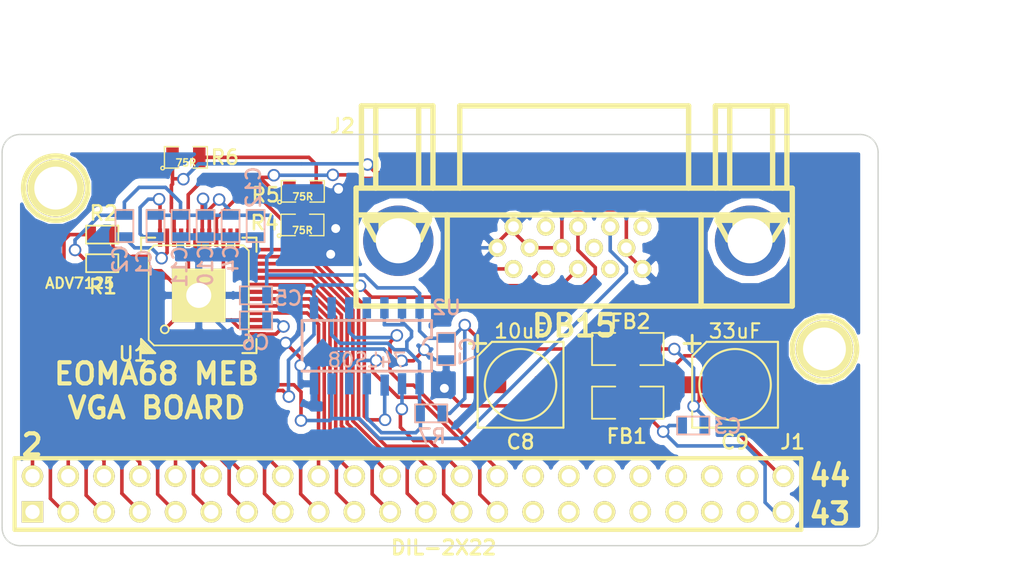
<source format=kicad_pcb>
(kicad_pcb (version 3) (host pcbnew "(2013-mar-13)-testing")

  (general
    (links 100)
    (no_connects 0)
    (area 116.789999 75.89 193.42 115.2017)
    (thickness 1.6)
    (drawings 14)
    (tracks 537)
    (zones 0)
    (modules 26)
    (nets 63)
  )

  (page A4)
  (layers
    (15 F.Cu signal)
    (0 B.Cu signal)
    (16 B.Adhes user)
    (17 F.Adhes user)
    (18 B.Paste user)
    (19 F.Paste user)
    (20 B.SilkS user)
    (21 F.SilkS user)
    (22 B.Mask user hide)
    (23 F.Mask user hide)
    (24 Dwgs.User user)
    (25 Cmts.User user)
    (26 Eco1.User user)
    (27 Eco2.User user)
    (28 Edge.Cuts user)
  )

  (setup
    (last_trace_width 0.254)
    (trace_clearance 0.1524)
    (zone_clearance 0.508)
    (zone_45_only no)
    (trace_min 0.254)
    (segment_width 0.2)
    (edge_width 0.1)
    (via_size 0.889)
    (via_drill 0.635)
    (via_min_size 0.889)
    (via_min_drill 0.508)
    (uvia_size 0.508)
    (uvia_drill 0.127)
    (uvias_allowed no)
    (uvia_min_size 0.508)
    (uvia_min_drill 0.127)
    (pcb_text_width 0.3)
    (pcb_text_size 1.5 1.5)
    (mod_edge_width 0.15)
    (mod_text_size 1.016 1.016)
    (mod_text_width 0.1778)
    (pad_size 0.6 1.5)
    (pad_drill 0)
    (pad_to_mask_clearance 0)
    (aux_axis_origin 0 0)
    (visible_elements 7FFEFFFF)
    (pcbplotparams
      (layerselection 284196865)
      (usegerberextensions true)
      (excludeedgelayer true)
      (linewidth 0.150000)
      (plotframeref false)
      (viasonmask false)
      (mode 1)
      (useauxorigin false)
      (hpglpennumber 1)
      (hpglpenspeed 20)
      (hpglpendiameter 15)
      (hpglpenoverlay 2)
      (psnegative false)
      (psa4output false)
      (plotreference true)
      (plotvalue false)
      (plotothertext true)
      (plotinvisibletext false)
      (padsonsilk false)
      (subtractmaskfromsilk false)
      (outputformat 1)
      (mirror false)
      (drillshape 0)
      (scaleselection 1)
      (outputdirectory ""))
  )

  (net 0 "")
  (net 1 +5V)
  (net 2 GND)
  (net 3 N-000001)
  (net 4 N-0000010)
  (net 5 N-0000011)
  (net 6 N-0000012)
  (net 7 N-0000013)
  (net 8 N-0000014)
  (net 9 N-0000015)
  (net 10 N-0000016)
  (net 11 N-0000017)
  (net 12 N-0000018)
  (net 13 N-0000019)
  (net 14 N-000002)
  (net 15 N-0000020)
  (net 16 N-0000021)
  (net 17 N-0000022)
  (net 18 N-0000023)
  (net 19 N-0000024)
  (net 20 N-0000025)
  (net 21 N-0000026)
  (net 22 N-0000027)
  (net 23 N-0000028)
  (net 24 N-0000029)
  (net 25 N-000003)
  (net 26 N-0000030)
  (net 27 N-0000031)
  (net 28 N-0000032)
  (net 29 N-0000033)
  (net 30 N-0000034)
  (net 31 N-0000035)
  (net 32 N-0000036)
  (net 33 N-0000037)
  (net 34 N-000004)
  (net 35 N-0000040)
  (net 36 N-0000041)
  (net 37 N-0000042)
  (net 38 N-0000043)
  (net 39 N-0000044)
  (net 40 N-0000045)
  (net 41 N-0000046)
  (net 42 N-0000047)
  (net 43 N-0000048)
  (net 44 N-0000049)
  (net 45 N-000005)
  (net 46 N-0000050)
  (net 47 N-0000051)
  (net 48 N-0000052)
  (net 49 N-0000053)
  (net 50 N-0000054)
  (net 51 N-0000055)
  (net 52 N-0000056)
  (net 53 N-0000057)
  (net 54 N-0000058)
  (net 55 N-0000059)
  (net 56 N-000006)
  (net 57 N-0000060)
  (net 58 N-0000061)
  (net 59 N-0000062)
  (net 60 N-000007)
  (net 61 N-000008)
  (net 62 N-000009)

  (net_class Default "This is the default net class."
    (clearance 0.1524)
    (trace_width 0.254)
    (via_dia 0.889)
    (via_drill 0.635)
    (uvia_dia 0.508)
    (uvia_drill 0.127)
    (add_net "")
    (add_net +5V)
    (add_net GND)
    (add_net N-000001)
    (add_net N-0000010)
    (add_net N-0000011)
    (add_net N-0000012)
    (add_net N-0000013)
    (add_net N-0000014)
    (add_net N-0000015)
    (add_net N-0000016)
    (add_net N-0000017)
    (add_net N-0000018)
    (add_net N-0000019)
    (add_net N-000002)
    (add_net N-0000020)
    (add_net N-0000021)
    (add_net N-0000022)
    (add_net N-0000023)
    (add_net N-0000024)
    (add_net N-0000025)
    (add_net N-0000026)
    (add_net N-0000027)
    (add_net N-0000028)
    (add_net N-0000029)
    (add_net N-000003)
    (add_net N-0000030)
    (add_net N-0000031)
    (add_net N-0000032)
    (add_net N-0000033)
    (add_net N-0000034)
    (add_net N-0000035)
    (add_net N-0000036)
    (add_net N-0000037)
    (add_net N-000004)
    (add_net N-0000040)
    (add_net N-0000041)
    (add_net N-0000042)
    (add_net N-0000043)
    (add_net N-0000044)
    (add_net N-0000045)
    (add_net N-0000046)
    (add_net N-0000047)
    (add_net N-0000048)
    (add_net N-0000049)
    (add_net N-000005)
    (add_net N-0000050)
    (add_net N-0000051)
    (add_net N-0000052)
    (add_net N-0000053)
    (add_net N-0000054)
    (add_net N-0000055)
    (add_net N-0000056)
    (add_net N-0000057)
    (add_net N-0000058)
    (add_net N-0000059)
    (add_net N-000006)
    (add_net N-0000060)
    (add_net N-0000061)
    (add_net N-0000062)
    (add_net N-000007)
    (add_net N-000008)
    (add_net N-000009)
  )

  (module lqfp48 (layer F.Cu) (tedit 5210EE31) (tstamp 520A87E2)
    (at 130.81 96.52)
    (descr LQFP-48)
    (path /52094605)
    (fp_text reference U1 (at -4.6736 4.1656) (layer F.SilkS)
      (effects (font (size 1.016 1.016) (thickness 0.1778)))
    )
    (fp_text value ADV7125 (at -8.4582 -0.8636) (layer F.SilkS)
      (effects (font (size 0.7493 0.7493) (thickness 0.14986)))
    )
    (fp_line (start -4.09956 3.8989) (end -3.8989 4.09956) (layer F.SilkS) (width 0.14986))
    (fp_line (start -3.70078 4.09956) (end -4.09956 3.70078) (layer F.SilkS) (width 0.14986))
    (fp_line (start -4.09956 3.50012) (end -3.50012 4.09956) (layer F.SilkS) (width 0.14986))
    (fp_line (start -3.29946 4.09956) (end -4.09956 3.29946) (layer F.SilkS) (width 0.14986))
    (fp_line (start -3.0988 4.09956) (end -4.09956 4.09956) (layer F.SilkS) (width 0.14986))
    (fp_line (start -4.09956 4.09956) (end -4.09956 3.0988) (layer F.SilkS) (width 0.14986))
    (fp_line (start -4.09956 3.0988) (end -3.0988 4.09956) (layer F.SilkS) (width 0.14986))
    (fp_line (start 4.09956 3.0988) (end 4.09956 4.09956) (layer F.SilkS) (width 0.14986))
    (fp_line (start 4.09956 4.09956) (end 3.0988 4.09956) (layer F.SilkS) (width 0.14986))
    (fp_line (start 3.0988 -4.09956) (end 4.09956 -4.09956) (layer F.SilkS) (width 0.14986))
    (fp_line (start 4.09956 -4.09956) (end 4.09956 -3.0988) (layer F.SilkS) (width 0.14986))
    (fp_line (start -4.09956 -3.0988) (end -4.09956 -4.09956) (layer F.SilkS) (width 0.14986))
    (fp_line (start -4.09956 -4.09956) (end -3.0988 -4.09956) (layer F.SilkS) (width 0.14986))
    (fp_circle (center -2.413 2.413) (end -2.667 2.54) (layer F.SilkS) (width 0.127))
    (fp_line (start 3.556 3.175) (end 3.175 3.556) (layer F.SilkS) (width 0.127))
    (fp_line (start 3.175 3.556) (end -3.175 3.556) (layer F.SilkS) (width 0.127))
    (fp_line (start -3.175 3.556) (end -3.556 3.175) (layer F.SilkS) (width 0.127))
    (fp_line (start -3.556 3.175) (end -3.556 -3.175) (layer F.SilkS) (width 0.127))
    (fp_line (start -3.556 -3.175) (end -3.175 -3.556) (layer F.SilkS) (width 0.127))
    (fp_line (start -3.175 -3.556) (end 3.175 -3.556) (layer F.SilkS) (width 0.127))
    (fp_line (start 3.175 -3.556) (end 3.556 -3.175) (layer F.SilkS) (width 0.127))
    (fp_line (start 3.556 -3.175) (end 3.556 3.175) (layer F.SilkS) (width 0.127))
    (pad 4 smd rect (at -1.24968 4.09956) (size 0.29972 1.30048)
      (layers F.Cu F.Paste F.Mask)
      (net 21 N-0000026)
    )
    (pad 5 smd rect (at -0.7493 4.09956) (size 0.29972 1.30048)
      (layers F.Cu F.Paste F.Mask)
      (net 25 N-000003)
    )
    (pad 6 smd rect (at -0.24892 4.09956) (size 0.29972 1.30048)
      (layers F.Cu F.Paste F.Mask)
      (net 20 N-0000025)
    )
    (pad 7 smd rect (at 0.24892 4.09956) (size 0.29972 1.30048)
      (layers F.Cu F.Paste F.Mask)
      (net 23 N-0000028)
    )
    (pad 8 smd rect (at 0.7493 4.09956) (size 0.29972 1.30048)
      (layers F.Cu F.Paste F.Mask)
      (net 19 N-0000024)
    )
    (pad 1 smd rect (at -2.75082 4.09956) (size 0.29972 1.30048)
      (layers F.Cu F.Paste F.Mask)
      (net 2 GND)
    )
    (pad 2 smd rect (at -2.25044 4.09956) (size 0.29972 1.30048)
      (layers F.Cu F.Paste F.Mask)
      (net 2 GND)
    )
    (pad 3 smd rect (at -1.75006 4.09956) (size 0.29972 1.30048)
      (layers F.Cu F.Paste F.Mask)
      (net 34 N-000004)
    )
    (pad 13 smd rect (at 4.09956 2.75082) (size 1.30048 0.29972)
      (layers F.Cu F.Paste F.Mask)
      (net 1 +5V)
    )
    (pad 14 smd rect (at 4.09956 2.25044) (size 1.30048 0.29972)
      (layers F.Cu F.Paste F.Mask)
      (net 2 GND)
    )
    (pad 15 smd rect (at 4.09956 1.75006) (size 1.30048 0.29972)
      (layers F.Cu F.Paste F.Mask)
      (net 2 GND)
    )
    (pad 16 smd rect (at 4.09956 1.24968) (size 1.30048 0.29972)
      (layers F.Cu F.Paste F.Mask)
      (net 17 N-0000022)
    )
    (pad 17 smd rect (at 4.09956 0.7493) (size 1.30048 0.29972)
      (layers F.Cu F.Paste F.Mask)
      (net 24 N-0000029)
    )
    (pad 18 smd rect (at 4.09956 0.24892) (size 1.30048 0.29972)
      (layers F.Cu F.Paste F.Mask)
      (net 16 N-0000021)
    )
    (pad 19 smd rect (at 4.09956 -0.24892) (size 1.30048 0.29972)
      (layers F.Cu F.Paste F.Mask)
      (net 27 N-0000031)
    )
    (pad 20 smd rect (at 4.09956 -0.7493) (size 1.30048 0.29972)
      (layers F.Cu F.Paste F.Mask)
      (net 29 N-0000033)
    )
    (pad 25 smd rect (at 2.75082 -4.09956) (size 0.29972 1.30048)
      (layers F.Cu F.Paste F.Mask)
      (net 2 GND)
    )
    (pad 26 smd rect (at 2.25044 -4.09956) (size 0.29972 1.30048)
      (layers F.Cu F.Paste F.Mask)
      (net 2 GND)
    )
    (pad 27 smd rect (at 1.75006 -4.09956) (size 0.29972 1.30048)
      (layers F.Cu F.Paste F.Mask)
      (net 2 GND)
    )
    (pad 28 smd rect (at 1.24968 -4.09956) (size 0.29972 1.30048)
      (layers F.Cu F.Paste F.Mask)
      (net 32 N-0000036)
    )
    (pad 29 smd rect (at 0.7493 -4.09956) (size 0.29972 1.30048)
      (layers F.Cu F.Paste F.Mask)
      (net 1 +5V)
    )
    (pad 30 smd rect (at 0.24892 -4.09956) (size 0.29972 1.30048)
      (layers F.Cu F.Paste F.Mask)
      (net 1 +5V)
    )
    (pad 31 smd rect (at -0.24892 -4.09956) (size 0.29972 1.30048)
      (layers F.Cu F.Paste F.Mask)
      (net 2 GND)
    )
    (pad 32 smd rect (at -0.7493 -4.09956) (size 0.29972 1.30048)
      (layers F.Cu F.Paste F.Mask)
      (net 30 N-0000034)
    )
    (pad 37 smd rect (at -4.09956 -2.75082) (size 1.30048 0.29972)
      (layers F.Cu F.Paste F.Mask)
      (net 6 N-0000012)
    )
    (pad 38 smd rect (at -4.09956 -2.25044) (size 1.30048 0.29972)
      (layers F.Cu F.Paste F.Mask)
      (net 12 N-0000018)
    )
    (pad 39 smd rect (at -4.09956 -1.75006) (size 1.30048 0.29972)
      (layers F.Cu F.Paste F.Mask)
      (net 2 GND)
    )
    (pad 40 smd rect (at -4.09956 -1.24968) (size 1.30048 0.29972)
      (layers F.Cu F.Paste F.Mask)
      (net 2 GND)
    )
    (pad 41 smd rect (at -4.09956 -0.7493) (size 1.30048 0.29972)
      (layers F.Cu F.Paste F.Mask)
      (net 3 N-000001)
    )
    (pad 42 smd rect (at -4.09956 -0.24892) (size 1.30048 0.29972)
      (layers F.Cu F.Paste F.Mask)
      (net 60 N-000007)
    )
    (pad 43 smd rect (at -4.09956 0.24892) (size 1.30048 0.29972)
      (layers F.Cu F.Paste F.Mask)
      (net 4 N-0000010)
    )
    (pad 44 smd rect (at -4.09956 0.7493) (size 1.30048 0.29972)
      (layers F.Cu F.Paste F.Mask)
      (net 14 N-000002)
    )
    (pad 9 smd rect (at 1.24968 4.09956) (size 0.29972 1.30048)
      (layers F.Cu F.Paste F.Mask)
      (net 22 N-0000027)
    )
    (pad 10 smd rect (at 1.75006 4.09956) (size 0.29972 1.30048)
      (layers F.Cu F.Paste F.Mask)
      (net 18 N-0000023)
    )
    (pad 11 smd rect (at 2.25044 4.09956) (size 0.29972 1.30048)
      (layers F.Cu F.Paste F.Mask)
      (net 15 N-0000020)
    )
    (pad 12 smd rect (at 2.75082 4.09956) (size 0.29972 1.30048)
      (layers F.Cu F.Paste F.Mask)
      (net 38 N-0000043)
    )
    (pad 21 smd rect (at 4.09956 -1.24968) (size 1.30048 0.29972)
      (layers F.Cu F.Paste F.Mask)
      (net 26 N-0000030)
    )
    (pad 22 smd rect (at 4.09956 -1.75006) (size 1.30048 0.29972)
      (layers F.Cu F.Paste F.Mask)
      (net 28 N-0000032)
    )
    (pad 23 smd rect (at 4.09956 -2.25044) (size 1.30048 0.29972)
      (layers F.Cu F.Paste F.Mask)
      (net 13 N-0000019)
    )
    (pad 24 smd rect (at 4.09956 -2.75082) (size 1.30048 0.29972)
      (layers F.Cu F.Paste F.Mask)
      (net 9 N-0000015)
    )
    (pad 33 smd rect (at -1.24968 -4.09956) (size 0.29972 1.30048)
      (layers F.Cu F.Paste F.Mask)
      (net 2 GND)
    )
    (pad 34 smd rect (at -1.75006 -4.09956) (size 0.29972 1.30048)
      (layers F.Cu F.Paste F.Mask)
      (net 31 N-0000035)
    )
    (pad 35 smd rect (at -2.25044 -4.09956) (size 0.29972 1.30048)
      (layers F.Cu F.Paste F.Mask)
      (net 10 N-0000016)
    )
    (pad 36 smd rect (at -2.75082 -4.09956) (size 0.29972 1.30048)
      (layers F.Cu F.Paste F.Mask)
      (net 11 N-0000017)
    )
    (pad 45 smd rect (at -4.09956 1.24968) (size 1.30048 0.29972)
      (layers F.Cu F.Paste F.Mask)
      (net 62 N-000009)
    )
    (pad 46 smd rect (at -4.09956 1.75006) (size 1.30048 0.29972)
      (layers F.Cu F.Paste F.Mask)
      (net 56 N-000006)
    )
    (pad 47 smd rect (at -4.09956 2.25044) (size 1.30048 0.29972)
      (layers F.Cu F.Paste F.Mask)
      (net 61 N-000008)
    )
    (pad 48 smd rect (at -4.09956 2.75082) (size 1.30048 0.29972)
      (layers F.Cu F.Paste F.Mask)
      (net 45 N-000005)
    )
    (pad 49 thru_hole rect (at 0 0) (size 3.81 3.81) (drill 1.778)
      (layers *.Cu *.Mask F.SilkS)
      (net 2 GND)
    )
    (model lqfp-48.wrl
      (at (xyz 0 0 0))
      (scale (xyz 1 1 1))
      (rotate (xyz 0 0 0))
    )
  )

  (module SM0603 (layer B.Cu) (tedit 5210E26A) (tstamp 52094C55)
    (at 125.5268 91.5924 90)
    (path /52095AE1)
    (attr smd)
    (fp_text reference C2 (at -2.3622 -0.3048 90) (layer B.SilkS)
      (effects (font (size 1.016 1.016) (thickness 0.1778)) (justify mirror))
    )
    (fp_text value 0.1uF (at 0 0 90) (layer B.SilkS) hide
      (effects (font (size 0.508 0.4572) (thickness 0.1143)) (justify mirror))
    )
    (fp_line (start -1.143 0.635) (end 1.143 0.635) (layer B.SilkS) (width 0.127))
    (fp_line (start 1.143 0.635) (end 1.143 -0.635) (layer B.SilkS) (width 0.127))
    (fp_line (start 1.143 -0.635) (end -1.143 -0.635) (layer B.SilkS) (width 0.127))
    (fp_line (start -1.143 -0.635) (end -1.143 0.635) (layer B.SilkS) (width 0.127))
    (pad 1 smd rect (at -0.762 0 90) (size 0.635 1.143)
      (layers B.Cu B.Paste B.Mask)
      (net 10 N-0000016)
    )
    (pad 2 smd rect (at 0.762 0 90) (size 0.635 1.143)
      (layers B.Cu B.Paste B.Mask)
      (net 1 +5V)
    )
    (model smd\resistors\R0603.wrl
      (at (xyz 0 0 0.001))
      (scale (xyz 0.5 0.5 0.5))
      (rotate (xyz 0 0 0))
    )
  )

  (module SM0603 (layer B.Cu) (tedit 5210E283) (tstamp 52094C5F)
    (at 165.9382 105.7656)
    (path /52096BAF)
    (attr smd)
    (fp_text reference C3 (at 2.4384 0.0508) (layer B.SilkS)
      (effects (font (size 1.016 1.016) (thickness 0.1778)) (justify mirror))
    )
    (fp_text value 0.1uF (at 0 0) (layer B.SilkS) hide
      (effects (font (size 0.508 0.4572) (thickness 0.1143)) (justify mirror))
    )
    (fp_line (start -1.143 0.635) (end 1.143 0.635) (layer B.SilkS) (width 0.127))
    (fp_line (start 1.143 0.635) (end 1.143 -0.635) (layer B.SilkS) (width 0.127))
    (fp_line (start 1.143 -0.635) (end -1.143 -0.635) (layer B.SilkS) (width 0.127))
    (fp_line (start -1.143 -0.635) (end -1.143 0.635) (layer B.SilkS) (width 0.127))
    (pad 1 smd rect (at -0.762 0) (size 0.635 1.143)
      (layers B.Cu B.Paste B.Mask)
      (net 55 N-0000059)
    )
    (pad 2 smd rect (at 0.762 0) (size 0.635 1.143)
      (layers B.Cu B.Paste B.Mask)
      (net 57 N-0000060)
    )
    (model smd\resistors\R0603.wrl
      (at (xyz 0 0 0.001))
      (scale (xyz 0.5 0.5 0.5))
      (rotate (xyz 0 0 0))
    )
  )

  (module SM0603 (layer B.Cu) (tedit 5210E25A) (tstamp 52094C69)
    (at 133.0706 91.5924 90)
    (path /520982DF)
    (attr smd)
    (fp_text reference C4 (at -2.3114 0.0254 90) (layer B.SilkS)
      (effects (font (size 1.016 1.016) (thickness 0.1778)) (justify mirror))
    )
    (fp_text value 0.1uF (at 0 0 90) (layer B.SilkS) hide
      (effects (font (size 0.508 0.4572) (thickness 0.1143)) (justify mirror))
    )
    (fp_line (start -1.143 0.635) (end 1.143 0.635) (layer B.SilkS) (width 0.127))
    (fp_line (start 1.143 0.635) (end 1.143 -0.635) (layer B.SilkS) (width 0.127))
    (fp_line (start 1.143 -0.635) (end -1.143 -0.635) (layer B.SilkS) (width 0.127))
    (fp_line (start -1.143 -0.635) (end -1.143 0.635) (layer B.SilkS) (width 0.127))
    (pad 1 smd rect (at -0.762 0 90) (size 0.635 1.143)
      (layers B.Cu B.Paste B.Mask)
      (net 2 GND)
    )
    (pad 2 smd rect (at 0.762 0 90) (size 0.635 1.143)
      (layers B.Cu B.Paste B.Mask)
      (net 1 +5V)
    )
    (model smd\resistors\R0603.wrl
      (at (xyz 0 0 0.001))
      (scale (xyz 0.5 0.5 0.5))
      (rotate (xyz 0 0 0))
    )
  )

  (module SM0603 (layer B.Cu) (tedit 5210E247) (tstamp 52094C73)
    (at 134.874 96.52)
    (path /52109578)
    (attr smd)
    (fp_text reference C5 (at 2.286 0.2032) (layer B.SilkS)
      (effects (font (size 1.016 1.016) (thickness 0.1778)) (justify mirror))
    )
    (fp_text value 0.1uF (at 0 0) (layer B.SilkS) hide
      (effects (font (size 0.508 0.4572) (thickness 0.1143)) (justify mirror))
    )
    (fp_line (start -1.143 0.635) (end 1.143 0.635) (layer B.SilkS) (width 0.127))
    (fp_line (start 1.143 0.635) (end 1.143 -0.635) (layer B.SilkS) (width 0.127))
    (fp_line (start 1.143 -0.635) (end -1.143 -0.635) (layer B.SilkS) (width 0.127))
    (fp_line (start -1.143 -0.635) (end -1.143 0.635) (layer B.SilkS) (width 0.127))
    (pad 1 smd rect (at -0.762 0) (size 0.635 1.143)
      (layers B.Cu B.Paste B.Mask)
      (net 2 GND)
    )
    (pad 2 smd rect (at 0.762 0) (size 0.635 1.143)
      (layers B.Cu B.Paste B.Mask)
      (net 1 +5V)
    )
    (model smd\resistors\R0603.wrl
      (at (xyz 0 0 0.001))
      (scale (xyz 0.5 0.5 0.5))
      (rotate (xyz 0 0 0))
    )
  )

  (module SM0603 (layer B.Cu) (tedit 5210E253) (tstamp 52094C7D)
    (at 134.874 98.298)
    (path /5209860F)
    (attr smd)
    (fp_text reference C6 (at -0.0254 1.5748) (layer B.SilkS)
      (effects (font (size 1.016 1.016) (thickness 0.1778)) (justify mirror))
    )
    (fp_text value 0.01uF (at 0 0) (layer B.SilkS) hide
      (effects (font (size 0.508 0.4572) (thickness 0.1143)) (justify mirror))
    )
    (fp_line (start -1.143 0.635) (end 1.143 0.635) (layer B.SilkS) (width 0.127))
    (fp_line (start 1.143 0.635) (end 1.143 -0.635) (layer B.SilkS) (width 0.127))
    (fp_line (start 1.143 -0.635) (end -1.143 -0.635) (layer B.SilkS) (width 0.127))
    (fp_line (start -1.143 -0.635) (end -1.143 0.635) (layer B.SilkS) (width 0.127))
    (pad 1 smd rect (at -0.762 0) (size 0.635 1.143)
      (layers B.Cu B.Paste B.Mask)
      (net 2 GND)
    )
    (pad 2 smd rect (at 0.762 0) (size 0.635 1.143)
      (layers B.Cu B.Paste B.Mask)
      (net 1 +5V)
    )
    (model smd\resistors\R0603.wrl
      (at (xyz 0 0 0.001))
      (scale (xyz 0.5 0.5 0.5))
      (rotate (xyz 0 0 0))
    )
  )

  (module SM0603 (layer B.Cu) (tedit 5210E278) (tstamp 52094C87)
    (at 148.3868 100.33 90)
    (path /520989C4)
    (attr smd)
    (fp_text reference C7 (at -0.1524 1.524 90) (layer B.SilkS)
      (effects (font (size 1.016 1.016) (thickness 0.1778)) (justify mirror))
    )
    (fp_text value 0.1uF (at 0 0 90) (layer B.SilkS) hide
      (effects (font (size 0.508 0.4572) (thickness 0.1143)) (justify mirror))
    )
    (fp_line (start -1.143 0.635) (end 1.143 0.635) (layer B.SilkS) (width 0.127))
    (fp_line (start 1.143 0.635) (end 1.143 -0.635) (layer B.SilkS) (width 0.127))
    (fp_line (start 1.143 -0.635) (end -1.143 -0.635) (layer B.SilkS) (width 0.127))
    (fp_line (start -1.143 -0.635) (end -1.143 0.635) (layer B.SilkS) (width 0.127))
    (pad 1 smd rect (at -0.762 0 90) (size 0.635 1.143)
      (layers B.Cu B.Paste B.Mask)
      (net 2 GND)
    )
    (pad 2 smd rect (at 0.762 0 90) (size 0.635 1.143)
      (layers B.Cu B.Paste B.Mask)
      (net 1 +5V)
    )
    (model smd\resistors\R0603.wrl
      (at (xyz 0 0 0.001))
      (scale (xyz 0.5 0.5 0.5))
      (rotate (xyz 0 0 0))
    )
  )

  (module SM0603 (layer F.Cu) (tedit 5210E2AD) (tstamp 52094C91)
    (at 123.952 94.234)
    (path /52098CDE)
    (attr smd)
    (fp_text reference R1 (at 0.0508 1.6764) (layer F.SilkS)
      (effects (font (size 1.016 1.016) (thickness 0.1778)))
    )
    (fp_text value 1K (at 0 0) (layer F.SilkS) hide
      (effects (font (size 0.508 0.4572) (thickness 0.1143)))
    )
    (fp_line (start -1.143 -0.635) (end 1.143 -0.635) (layer F.SilkS) (width 0.127))
    (fp_line (start 1.143 -0.635) (end 1.143 0.635) (layer F.SilkS) (width 0.127))
    (fp_line (start 1.143 0.635) (end -1.143 0.635) (layer F.SilkS) (width 0.127))
    (fp_line (start -1.143 0.635) (end -1.143 -0.635) (layer F.SilkS) (width 0.127))
    (pad 1 smd rect (at -0.762 0) (size 0.635 1.143)
      (layers F.Cu F.Paste F.Mask)
      (net 1 +5V)
    )
    (pad 2 smd rect (at 0.762 0) (size 0.635 1.143)
      (layers F.Cu F.Paste F.Mask)
      (net 12 N-0000018)
    )
    (model smd\resistors\R0603.wrl
      (at (xyz 0 0 0.001))
      (scale (xyz 0.5 0.5 0.5))
      (rotate (xyz 0 0 0))
    )
  )

  (module SM0603 (layer F.Cu) (tedit 5210E2B7) (tstamp 52094C9B)
    (at 123.952 92.202 180)
    (path /520957A7)
    (attr smd)
    (fp_text reference R2 (at -0.1016 1.524 180) (layer F.SilkS)
      (effects (font (size 1.016 1.016) (thickness 0.1778)))
    )
    (fp_text value 530R (at 0 0 180) (layer F.SilkS) hide
      (effects (font (size 0.508 0.4572) (thickness 0.1143)))
    )
    (fp_line (start -1.143 -0.635) (end 1.143 -0.635) (layer F.SilkS) (width 0.127))
    (fp_line (start 1.143 -0.635) (end 1.143 0.635) (layer F.SilkS) (width 0.127))
    (fp_line (start 1.143 0.635) (end -1.143 0.635) (layer F.SilkS) (width 0.127))
    (fp_line (start -1.143 0.635) (end -1.143 -0.635) (layer F.SilkS) (width 0.127))
    (pad 1 smd rect (at -0.762 0 180) (size 0.635 1.143)
      (layers F.Cu F.Paste F.Mask)
      (net 6 N-0000012)
    )
    (pad 2 smd rect (at 0.762 0 180) (size 0.635 1.143)
      (layers F.Cu F.Paste F.Mask)
      (net 2 GND)
    )
    (model smd\resistors\R0603.wrl
      (at (xyz 0 0 0.001))
      (scale (xyz 0.5 0.5 0.5))
      (rotate (xyz 0 0 0))
    )
  )

  (module SM0805 (layer F.Cu) (tedit 5210E2A2) (tstamp 52094CB2)
    (at 138.176 91.5162)
    (path /52095B91)
    (attr smd)
    (fp_text reference R4 (at -2.6924 -0.1524) (layer F.SilkS)
      (effects (font (size 1.016 1.016) (thickness 0.1778)))
    )
    (fp_text value 75R (at 0 0.381) (layer F.SilkS)
      (effects (font (size 0.50038 0.50038) (thickness 0.10922)))
    )
    (fp_circle (center -1.651 0.762) (end -1.651 0.635) (layer F.SilkS) (width 0.09906))
    (fp_line (start -0.508 0.762) (end -1.524 0.762) (layer F.SilkS) (width 0.09906))
    (fp_line (start -1.524 0.762) (end -1.524 -0.762) (layer F.SilkS) (width 0.09906))
    (fp_line (start -1.524 -0.762) (end -0.508 -0.762) (layer F.SilkS) (width 0.09906))
    (fp_line (start 0.508 -0.762) (end 1.524 -0.762) (layer F.SilkS) (width 0.09906))
    (fp_line (start 1.524 -0.762) (end 1.524 0.762) (layer F.SilkS) (width 0.09906))
    (fp_line (start 1.524 0.762) (end 0.508 0.762) (layer F.SilkS) (width 0.09906))
    (pad 1 smd rect (at -0.9525 0) (size 0.889 1.397)
      (layers F.Cu F.Paste F.Mask)
      (net 32 N-0000036)
    )
    (pad 2 smd rect (at 0.9525 0) (size 0.889 1.397)
      (layers F.Cu F.Paste F.Mask)
      (net 2 GND)
    )
    (model smd/chip_cms.wrl
      (at (xyz 0 0 0))
      (scale (xyz 0.1 0.1 0.1))
      (rotate (xyz 0 0 0))
    )
  )

  (module SM0805 (layer F.Cu) (tedit 5210E2A0) (tstamp 52094CBF)
    (at 138.2014 89.1286)
    (path /52095BB6)
    (attr smd)
    (fp_text reference R5 (at -2.6416 0.254) (layer F.SilkS)
      (effects (font (size 1.016 1.016) (thickness 0.1778)))
    )
    (fp_text value 75R (at 0 0.381) (layer F.SilkS)
      (effects (font (size 0.50038 0.50038) (thickness 0.10922)))
    )
    (fp_circle (center -1.651 0.762) (end -1.651 0.635) (layer F.SilkS) (width 0.09906))
    (fp_line (start -0.508 0.762) (end -1.524 0.762) (layer F.SilkS) (width 0.09906))
    (fp_line (start -1.524 0.762) (end -1.524 -0.762) (layer F.SilkS) (width 0.09906))
    (fp_line (start -1.524 -0.762) (end -0.508 -0.762) (layer F.SilkS) (width 0.09906))
    (fp_line (start 0.508 -0.762) (end 1.524 -0.762) (layer F.SilkS) (width 0.09906))
    (fp_line (start 1.524 -0.762) (end 1.524 0.762) (layer F.SilkS) (width 0.09906))
    (fp_line (start 1.524 0.762) (end 0.508 0.762) (layer F.SilkS) (width 0.09906))
    (pad 1 smd rect (at -0.9525 0) (size 0.889 1.397)
      (layers F.Cu F.Paste F.Mask)
      (net 30 N-0000034)
    )
    (pad 2 smd rect (at 0.9525 0) (size 0.889 1.397)
      (layers F.Cu F.Paste F.Mask)
      (net 2 GND)
    )
    (model smd/chip_cms.wrl
      (at (xyz 0 0 0))
      (scale (xyz 0.1 0.1 0.1))
      (rotate (xyz 0 0 0))
    )
  )

  (module SM0805 (layer F.Cu) (tedit 5210E29D) (tstamp 52094CCC)
    (at 129.8956 86.7156)
    (path /52095BBC)
    (attr smd)
    (fp_text reference R6 (at 2.7686 0) (layer F.SilkS)
      (effects (font (size 1.016 1.016) (thickness 0.1778)))
    )
    (fp_text value 75R (at 0 0.381) (layer F.SilkS)
      (effects (font (size 0.50038 0.50038) (thickness 0.10922)))
    )
    (fp_circle (center -1.651 0.762) (end -1.651 0.635) (layer F.SilkS) (width 0.09906))
    (fp_line (start -0.508 0.762) (end -1.524 0.762) (layer F.SilkS) (width 0.09906))
    (fp_line (start -1.524 0.762) (end -1.524 -0.762) (layer F.SilkS) (width 0.09906))
    (fp_line (start -1.524 -0.762) (end -0.508 -0.762) (layer F.SilkS) (width 0.09906))
    (fp_line (start 0.508 -0.762) (end 1.524 -0.762) (layer F.SilkS) (width 0.09906))
    (fp_line (start 1.524 -0.762) (end 1.524 0.762) (layer F.SilkS) (width 0.09906))
    (fp_line (start 1.524 0.762) (end 0.508 0.762) (layer F.SilkS) (width 0.09906))
    (pad 1 smd rect (at -0.9525 0) (size 0.889 1.397)
      (layers F.Cu F.Paste F.Mask)
      (net 31 N-0000035)
    )
    (pad 2 smd rect (at 0.9525 0) (size 0.889 1.397)
      (layers F.Cu F.Paste F.Mask)
      (net 2 GND)
    )
    (model smd/chip_cms.wrl
      (at (xyz 0 0 0))
      (scale (xyz 0.1 0.1 0.1))
      (rotate (xyz 0 0 0))
    )
  )

  (module SM0603 (layer B.Cu) (tedit 5210E27B) (tstamp 52094CD6)
    (at 147.32 104.902 180)
    (path /52094AF8)
    (attr smd)
    (fp_text reference R7 (at -0.0508 -1.6256 180) (layer B.SilkS)
      (effects (font (size 1.016 1.016) (thickness 0.1778)) (justify mirror))
    )
    (fp_text value 1K (at 0 0 180) (layer B.SilkS) hide
      (effects (font (size 0.508 0.4572) (thickness 0.1143)) (justify mirror))
    )
    (fp_line (start -1.143 0.635) (end 1.143 0.635) (layer B.SilkS) (width 0.127))
    (fp_line (start 1.143 0.635) (end 1.143 -0.635) (layer B.SilkS) (width 0.127))
    (fp_line (start 1.143 -0.635) (end -1.143 -0.635) (layer B.SilkS) (width 0.127))
    (fp_line (start -1.143 -0.635) (end -1.143 0.635) (layer B.SilkS) (width 0.127))
    (pad 1 smd rect (at -0.762 0 180) (size 0.635 1.143)
      (layers B.Cu B.Paste B.Mask)
      (net 1 +5V)
    )
    (pad 2 smd rect (at 0.762 0 180) (size 0.635 1.143)
      (layers B.Cu B.Paste B.Mask)
      (net 59 N-0000062)
    )
    (model smd\resistors\R0603.wrl
      (at (xyz 0 0 0.001))
      (scale (xyz 0.5 0.5 0.5))
      (rotate (xyz 0 0 0))
    )
  )

  (module DB_15F-VGA (layer F.Cu) (tedit 5210E2D0) (tstamp 520A8CA8)
    (at 157.48 90.17 180)
    (descr "D-SUB 15 pin VGA socket, Tyco P/N 440467-1")
    (path /52094951)
    (fp_text reference J2 (at 16.4592 5.6896 180) (layer F.SilkS)
      (effects (font (size 1.016 1.016) (thickness 0.1778)))
    )
    (fp_text value DB15 (at 0 -8.509 180) (layer F.SilkS)
      (effects (font (thickness 0.3048)))
    )
    (fp_line (start -10.033 1.27) (end -10.033 7.112) (layer F.SilkS) (width 0.381))
    (fp_line (start -10.922 -2.413) (end -10.16 -1.016) (layer F.SilkS) (width 0.381))
    (fp_line (start -14.097 -2.413) (end -14.986 -1.016) (layer F.SilkS) (width 0.381))
    (fp_line (start -9.017 -7.112) (end -9.017 -0.635) (layer F.SilkS) (width 0.381))
    (fp_line (start -15.494 1.27) (end -15.494 -7.112) (layer F.SilkS) (width 0.381))
    (fp_line (start 15.494 -7.112) (end 15.494 1.27) (layer F.SilkS) (width 0.381))
    (fp_line (start 15.494 -7.112) (end -15.494 -7.112) (layer F.SilkS) (width 0.381))
    (fp_line (start 9.017 -0.635) (end 9.017 -7.112) (layer F.SilkS) (width 0.381))
    (fp_line (start 14.097 -2.413) (end 14.859 -1.016) (layer F.SilkS) (width 0.381))
    (fp_line (start 10.922 -2.413) (end 10.287 -1.016) (layer F.SilkS) (width 0.381))
    (fp_line (start 10.922 -2.413) (end 14.097 -2.413) (layer F.SilkS) (width 0.381))
    (fp_line (start -14.097 -2.413) (end -10.922 -2.413) (layer F.SilkS) (width 0.381))
    (fp_line (start 14.859 -1.016) (end 10.287 -1.016) (layer F.SilkS) (width 0.381))
    (fp_line (start 10.287 -1.016) (end 10.287 -0.762) (layer F.SilkS) (width 0.381))
    (fp_line (start 10.287 -0.762) (end 14.859 -0.762) (layer F.SilkS) (width 0.381))
    (fp_line (start 14.859 -0.762) (end 14.859 -1.016) (layer F.SilkS) (width 0.381))
    (fp_line (start -10.16 -1.016) (end -14.986 -1.016) (layer F.SilkS) (width 0.381))
    (fp_line (start -14.986 -1.016) (end -14.986 -0.762) (layer F.SilkS) (width 0.381))
    (fp_line (start -14.986 -0.762) (end -10.16 -0.762) (layer F.SilkS) (width 0.381))
    (fp_line (start -10.16 -0.762) (end -10.16 -1.016) (layer F.SilkS) (width 0.381))
    (fp_line (start 11.43 -0.635) (end 11.43 -3.175) (layer F.SilkS) (width 0.381))
    (fp_line (start 11.43 -3.175) (end 13.716 -3.175) (layer F.SilkS) (width 0.381))
    (fp_line (start 13.716 -3.175) (end 13.716 -0.635) (layer F.SilkS) (width 0.381))
    (fp_line (start -13.716 -0.635) (end -13.716 -3.175) (layer F.SilkS) (width 0.381))
    (fp_line (start -13.716 -3.175) (end -11.43 -3.175) (layer F.SilkS) (width 0.381))
    (fp_line (start -11.43 -3.175) (end -11.43 -0.635) (layer F.SilkS) (width 0.381))
    (fp_line (start -15.494 -0.635) (end 15.494 -0.635) (layer F.SilkS) (width 0.381))
    (fp_line (start -11.049 1.27) (end -11.049 7.112) (layer F.SilkS) (width 0.381))
    (fp_line (start -14.097 1.27) (end -14.097 7.112) (layer F.SilkS) (width 0.381))
    (fp_line (start 14.097 1.27) (end 14.097 7.112) (layer F.SilkS) (width 0.381))
    (fp_line (start 11.049 1.27) (end 11.049 7.112) (layer F.SilkS) (width 0.381))
    (fp_line (start 10.033 1.27) (end 10.033 7.112) (layer F.SilkS) (width 0.381))
    (fp_line (start 10.033 7.112) (end 15.113 7.112) (layer F.SilkS) (width 0.381))
    (fp_line (start 15.113 7.112) (end 15.113 1.397) (layer F.SilkS) (width 0.381))
    (fp_line (start -15.113 1.27) (end -15.113 7.112) (layer F.SilkS) (width 0.381))
    (fp_line (start -15.113 7.112) (end -10.033 7.112) (layer F.SilkS) (width 0.381))
    (fp_line (start -8.128 1.27) (end -8.128 7.112) (layer F.SilkS) (width 0.381))
    (fp_line (start -8.128 7.112) (end 8.128 7.112) (layer F.SilkS) (width 0.381))
    (fp_line (start 8.128 7.112) (end 8.128 1.27) (layer F.SilkS) (width 0.381))
    (fp_line (start -15.494 1.27) (end 15.494 1.27) (layer F.SilkS) (width 0.381))
    (pad "" thru_hole circle (at 12.49426 -2.47142 180) (size 5.00126 5.00126) (drill 3.2004)
      (layers *.Cu)
    )
    (pad 3 thru_hole circle (at -0.2667 -4.4704 180) (size 1.27 1.27) (drill 0.762)
      (layers *.Cu *.Mask F.SilkS)
      (net 32 N-0000036)
    )
    (pad 2 thru_hole circle (at 2.0193 -4.4704 180) (size 1.27 1.27) (drill 0.762)
      (layers *.Cu *.Mask F.SilkS)
      (net 30 N-0000034)
    )
    (pad 1 thru_hole circle (at 4.31038 -4.4704 180) (size 1.27 1.27) (drill 0.762)
      (layers *.Cu *.Mask F.SilkS)
      (net 31 N-0000035)
    )
    (pad 4 thru_hole circle (at -2.56032 -4.4704 180) (size 1.27 1.27) (drill 0.762)
      (layers *.Cu *.Mask F.SilkS)
      (net 37 N-0000042)
    )
    (pad 5 thru_hole circle (at -4.84886 -4.4704 180) (size 1.27 1.27) (drill 0.762)
      (layers *.Cu *.Mask F.SilkS)
      (net 2 GND)
    )
    (pad 9 thru_hole circle (at -1.41478 -2.9718 180) (size 1.27 1.27) (drill 0.762)
      (layers *.Cu *.Mask F.SilkS)
      (net 36 N-0000041)
    )
    (pad 8 thru_hole circle (at 0.87376 -2.9718 180) (size 1.27 1.27) (drill 0.762)
      (layers *.Cu *.Mask F.SilkS)
      (net 2 GND)
    )
    (pad 7 thru_hole circle (at 3.16484 -2.9718 180) (size 1.27 1.27) (drill 0.762)
      (layers *.Cu *.Mask F.SilkS)
      (net 2 GND)
    )
    (pad 6 thru_hole circle (at 5.45592 -2.9718 180) (size 1.27 1.27) (drill 0.762)
      (layers *.Cu *.Mask F.SilkS)
      (net 2 GND)
    )
    (pad "" thru_hole circle (at -12.49426 -2.47142 180) (size 5.00126 5.00126) (drill 3.2004)
      (layers *.Cu)
    )
    (pad 10 thru_hole circle (at -3.70586 -2.9718 180) (size 1.27 1.27) (drill 0.762)
      (layers *.Cu *.Mask F.SilkS)
      (net 2 GND)
    )
    (pad 11 thru_hole circle (at 4.31038 -1.47066 180) (size 1.27 1.27) (drill 0.762)
      (layers *.Cu *.Mask F.SilkS)
      (net 2 GND)
    )
    (pad 12 thru_hole circle (at 2.0193 -1.47066 180) (size 1.27 1.27) (drill 0.762)
      (layers *.Cu *.Mask F.SilkS)
      (net 33 N-0000037)
    )
    (pad 13 thru_hole circle (at -0.26924 -1.4732 180) (size 1.27 1.27) (drill 0.762)
      (layers *.Cu *.Mask F.SilkS)
      (net 15 N-0000020)
    )
    (pad 14 thru_hole circle (at -2.56032 -1.47066 180) (size 1.27 1.27) (drill 0.762)
      (layers *.Cu *.Mask F.SilkS)
      (net 38 N-0000043)
    )
    (pad 15 thru_hole circle (at -4.84886 -1.47066 180) (size 1.27 1.27) (drill 0.762)
      (layers *.Cu *.Mask F.SilkS)
      (net 35 N-0000040)
    )
    (model db_15-vga.wrl
      (at (xyz 0 0 0))
      (scale (xyz 1 1 1))
      (rotate (xyz 0 0 0))
    )
  )

  (module PIN_ARRAY_22X2 (layer F.Cu) (tedit 5210ED95) (tstamp 520BE8EF)
    (at 148.209 110.6297)
    (descr "Double rangee de contacts 2 x 22 pins")
    (tags CONN)
    (path /52093A18)
    (fp_text reference J1 (at 24.7904 -3.6957) (layer F.SilkS)
      (effects (font (size 1.016 1.016) (thickness 0.1778)))
    )
    (fp_text value DIL-2X22 (at 0 3.81) (layer F.SilkS)
      (effects (font (size 1.016 1.016) (thickness 0.2032)))
    )
    (fp_line (start -30.48 2.54) (end 25.4 2.54) (layer F.SilkS) (width 0.3048))
    (fp_line (start -30.48 -2.54) (end 25.4 -2.54) (layer F.SilkS) (width 0.3048))
    (fp_line (start 25.4 -2.54) (end 25.4 2.54) (layer F.SilkS) (width 0.3048))
    (fp_line (start -30.48 -2.54) (end -30.48 2.54) (layer F.SilkS) (width 0.3048))
    (pad 44 thru_hole circle (at 24.13 -1.27) (size 1.524 1.524) (drill 1.016)
      (layers *.Cu *.Mask F.SilkS)
      (net 57 N-0000060)
    )
    (pad 43 thru_hole circle (at 24.13 1.27) (size 1.524 1.524) (drill 1.016)
      (layers *.Cu *.Mask F.SilkS)
      (net 55 N-0000059)
    )
    (pad 41 thru_hole circle (at 21.59 1.27) (size 1.524 1.524) (drill 1.016)
      (layers *.Cu *.Mask F.SilkS)
      (net 39 N-0000044)
    )
    (pad 42 thru_hole circle (at 21.59 -1.27) (size 1.524 1.524) (drill 1.016)
      (layers *.Cu *.Mask F.SilkS)
      (net 43 N-0000048)
    )
    (pad 1 thru_hole rect (at -29.21 1.27) (size 1.524 1.524) (drill 1.016)
      (layers *.Cu *.Mask F.SilkS)
      (net 54 N-0000058)
    )
    (pad 2 thru_hole circle (at -29.21 -1.27) (size 1.524 1.524) (drill 1.016)
      (layers *.Cu *.Mask F.SilkS)
      (net 3 N-000001)
    )
    (pad 11 thru_hole circle (at -16.51 1.27) (size 1.524 1.524) (drill 1.016)
      (layers *.Cu *.Mask F.SilkS)
      (net 21 N-0000026)
    )
    (pad 4 thru_hole circle (at -26.67 -1.27) (size 1.524 1.524) (drill 1.016)
      (layers *.Cu *.Mask F.SilkS)
      (net 4 N-0000010)
    )
    (pad 13 thru_hole circle (at -13.97 1.27) (size 1.524 1.524) (drill 1.016)
      (layers *.Cu *.Mask F.SilkS)
      (net 20 N-0000025)
    )
    (pad 6 thru_hole circle (at -24.13 -1.27) (size 1.524 1.524) (drill 1.016)
      (layers *.Cu *.Mask F.SilkS)
      (net 62 N-000009)
    )
    (pad 15 thru_hole circle (at -11.43 1.27) (size 1.524 1.524) (drill 1.016)
      (layers *.Cu *.Mask F.SilkS)
      (net 19 N-0000024)
    )
    (pad 8 thru_hole circle (at -21.59 -1.27) (size 1.524 1.524) (drill 1.016)
      (layers *.Cu *.Mask F.SilkS)
      (net 61 N-000008)
    )
    (pad 17 thru_hole circle (at -8.89 1.27) (size 1.524 1.524) (drill 1.016)
      (layers *.Cu *.Mask F.SilkS)
      (net 18 N-0000023)
    )
    (pad 10 thru_hole circle (at -19.05 -1.27) (size 1.524 1.524) (drill 1.016)
      (layers *.Cu *.Mask F.SilkS)
      (net 34 N-000004)
    )
    (pad 19 thru_hole circle (at -6.35 1.27) (size 1.524 1.524) (drill 1.016)
      (layers *.Cu *.Mask F.SilkS)
      (net 24 N-0000029)
    )
    (pad 12 thru_hole circle (at -16.51 -1.27) (size 1.524 1.524) (drill 1.016)
      (layers *.Cu *.Mask F.SilkS)
      (net 25 N-000003)
    )
    (pad 21 thru_hole circle (at -3.81 1.27) (size 1.524 1.524) (drill 1.016)
      (layers *.Cu *.Mask F.SilkS)
      (net 27 N-0000031)
    )
    (pad 14 thru_hole circle (at -13.97 -1.27) (size 1.524 1.524) (drill 1.016)
      (layers *.Cu *.Mask F.SilkS)
      (net 23 N-0000028)
    )
    (pad 23 thru_hole circle (at -1.27 1.27) (size 1.524 1.524) (drill 1.016)
      (layers *.Cu *.Mask F.SilkS)
      (net 26 N-0000030)
    )
    (pad 16 thru_hole circle (at -11.43 -1.27) (size 1.524 1.524) (drill 1.016)
      (layers *.Cu *.Mask F.SilkS)
      (net 22 N-0000027)
    )
    (pad 25 thru_hole circle (at 1.27 1.27) (size 1.524 1.524) (drill 1.016)
      (layers *.Cu *.Mask F.SilkS)
      (net 13 N-0000019)
    )
    (pad 18 thru_hole circle (at -8.89 -1.27) (size 1.524 1.524) (drill 1.016)
      (layers *.Cu *.Mask F.SilkS)
      (net 17 N-0000022)
    )
    (pad 27 thru_hole circle (at 3.81 1.27) (size 1.524 1.524) (drill 1.016)
      (layers *.Cu *.Mask F.SilkS)
      (net 7 N-0000013)
    )
    (pad 20 thru_hole circle (at -6.35 -1.27) (size 1.524 1.524) (drill 1.016)
      (layers *.Cu *.Mask F.SilkS)
      (net 16 N-0000021)
    )
    (pad 29 thru_hole circle (at 6.35 1.27) (size 1.524 1.524) (drill 1.016)
      (layers *.Cu *.Mask F.SilkS)
      (net 50 N-0000054)
    )
    (pad 22 thru_hole circle (at -3.81 -1.27) (size 1.524 1.524) (drill 1.016)
      (layers *.Cu *.Mask F.SilkS)
      (net 29 N-0000033)
    )
    (pad 31 thru_hole circle (at 8.89 1.27) (size 1.524 1.524) (drill 1.016)
      (layers *.Cu *.Mask F.SilkS)
      (net 46 N-0000050)
    )
    (pad 24 thru_hole circle (at -1.27 -1.27) (size 1.524 1.524) (drill 1.016)
      (layers *.Cu *.Mask F.SilkS)
      (net 28 N-0000032)
    )
    (pad 26 thru_hole circle (at 1.27 -1.27) (size 1.524 1.524) (drill 1.016)
      (layers *.Cu *.Mask F.SilkS)
      (net 5 N-0000011)
    )
    (pad 33 thru_hole circle (at 11.43 1.27) (size 1.524 1.524) (drill 1.016)
      (layers *.Cu *.Mask F.SilkS)
      (net 42 N-0000047)
    )
    (pad 28 thru_hole circle (at 3.81 -1.27) (size 1.524 1.524) (drill 1.016)
      (layers *.Cu *.Mask F.SilkS)
      (net 8 N-0000014)
    )
    (pad 32 thru_hole circle (at 8.89 -1.27) (size 1.524 1.524) (drill 1.016)
      (layers *.Cu *.Mask F.SilkS)
      (net 44 N-0000049)
    )
    (pad 34 thru_hole circle (at 11.43 -1.27) (size 1.524 1.524) (drill 1.016)
      (layers *.Cu *.Mask F.SilkS)
      (net 41 N-0000046)
    )
    (pad 36 thru_hole circle (at 13.97 -1.27) (size 1.524 1.524) (drill 1.016)
      (layers *.Cu *.Mask F.SilkS)
      (net 53 N-0000057)
    )
    (pad 38 thru_hole circle (at 16.51 -1.27) (size 1.524 1.524) (drill 1.016)
      (layers *.Cu *.Mask F.SilkS)
      (net 51 N-0000055)
    )
    (pad 35 thru_hole circle (at 13.97 1.27) (size 1.524 1.524) (drill 1.016)
      (layers *.Cu *.Mask F.SilkS)
      (net 40 N-0000045)
    )
    (pad 37 thru_hole circle (at 16.51 1.27) (size 1.524 1.524) (drill 1.016)
      (layers *.Cu *.Mask F.SilkS)
      (net 52 N-0000056)
    )
    (pad 3 thru_hole circle (at -26.67 1.27) (size 1.524 1.524) (drill 1.016)
      (layers *.Cu *.Mask F.SilkS)
      (net 60 N-000007)
    )
    (pad 5 thru_hole circle (at -24.13 1.27) (size 1.524 1.524) (drill 1.016)
      (layers *.Cu *.Mask F.SilkS)
      (net 14 N-000002)
    )
    (pad 7 thru_hole circle (at -21.59 1.27) (size 1.524 1.524) (drill 1.016)
      (layers *.Cu *.Mask F.SilkS)
      (net 56 N-000006)
    )
    (pad 9 thru_hole circle (at -19.05 1.27) (size 1.524 1.524) (drill 1.016)
      (layers *.Cu *.Mask F.SilkS)
      (net 45 N-000005)
    )
    (pad 39 thru_hole circle (at 19.05 1.27) (size 1.524 1.524) (drill 1.016)
      (layers *.Cu *.Mask F.SilkS)
      (net 49 N-0000053)
    )
    (pad 40 thru_hole circle (at 19.05 -1.27) (size 1.524 1.524) (drill 1.016)
      (layers *.Cu *.Mask F.SilkS)
      (net 47 N-0000051)
    )
    (pad 30 thru_hole circle (at 6.35 -1.27) (size 1.524 1.524) (drill 1.016)
      (layers *.Cu *.Mask F.SilkS)
      (net 48 N-0000052)
    )
    (model pin_strip_22x2.wrl
      (at (xyz -0.1 0 0))
      (scale (xyz 1 1 1))
      (rotate (xyz 0 0 0))
    )
  )

  (module SMD_ELECTROLYTIC_250r (layer F.Cu) (tedit 50FD166D) (tstamp 52109809)
    (at 153.67 102.87)
    (path /5210927B)
    (attr smd)
    (fp_text reference C8 (at 0 4.064) (layer F.SilkS)
      (effects (font (size 1.016 1.016) (thickness 0.1778)))
    )
    (fp_text value 10uF (at 0 -3.81) (layer F.SilkS)
      (effects (font (size 1.016 1.016) (thickness 0.15748)))
    )
    (fp_line (start 3.048 -3.048) (end -2.032 -3.048) (layer F.SilkS) (width 0.15))
    (fp_line (start -2.032 -3.048) (end -3.048 -2.032) (layer F.SilkS) (width 0.15))
    (fp_line (start -3.048 -2.032) (end -3.048 3.048) (layer F.SilkS) (width 0.15))
    (fp_line (start -3.048 3.048) (end 3.048 3.048) (layer F.SilkS) (width 0.15))
    (fp_line (start 3.048 3.048) (end 3.048 0) (layer F.SilkS) (width 0.15))
    (fp_line (start 3.048 0) (end 3.048 -3.048) (layer F.SilkS) (width 0.15))
    (fp_circle (center 0 0) (end 2.54 0) (layer F.SilkS) (width 0.15))
    (fp_text user + (at -3.048 -3.048) (layer F.SilkS)
      (effects (font (thickness 0.2032)))
    )
    (pad 1 smd rect (at -2.54 0) (size 3.048 1.19888)
      (layers F.Cu F.Paste F.Mask)
      (net 1 +5V)
    )
    (pad 2 smd rect (at 2.54 0) (size 3.048 1.19888)
      (layers F.Cu F.Paste F.Mask)
      (net 2 GND)
    )
    (model smd\capacitors\c_elec_8x6_5.wrl
      (at (xyz 0 0 0))
      (scale (xyz 0.7 0.7 0.8))
      (rotate (xyz 0 0 180))
    )
  )

  (module SMD_ELECTROLYTIC_250r (layer F.Cu) (tedit 50FD166D) (tstamp 52109817)
    (at 168.91 102.87)
    (path /52109241)
    (attr smd)
    (fp_text reference C9 (at 0 4.064) (layer F.SilkS)
      (effects (font (size 1.016 1.016) (thickness 0.1778)))
    )
    (fp_text value 33uF (at 0 -3.81) (layer F.SilkS)
      (effects (font (size 1.016 1.016) (thickness 0.15748)))
    )
    (fp_line (start 3.048 -3.048) (end -2.032 -3.048) (layer F.SilkS) (width 0.15))
    (fp_line (start -2.032 -3.048) (end -3.048 -2.032) (layer F.SilkS) (width 0.15))
    (fp_line (start -3.048 -2.032) (end -3.048 3.048) (layer F.SilkS) (width 0.15))
    (fp_line (start -3.048 3.048) (end 3.048 3.048) (layer F.SilkS) (width 0.15))
    (fp_line (start 3.048 3.048) (end 3.048 0) (layer F.SilkS) (width 0.15))
    (fp_line (start 3.048 0) (end 3.048 -3.048) (layer F.SilkS) (width 0.15))
    (fp_circle (center 0 0) (end 2.54 0) (layer F.SilkS) (width 0.15))
    (fp_text user + (at -3.048 -3.048) (layer F.SilkS)
      (effects (font (thickness 0.2032)))
    )
    (pad 1 smd rect (at -2.54 0) (size 3.048 1.19888)
      (layers F.Cu F.Paste F.Mask)
      (net 57 N-0000060)
    )
    (pad 2 smd rect (at 2.54 0) (size 3.048 1.19888)
      (layers F.Cu F.Paste F.Mask)
      (net 55 N-0000059)
    )
    (model smd\capacitors\c_elec_8x6_5.wrl
      (at (xyz 0 0 0))
      (scale (xyz 0.7 0.7 0.8))
      (rotate (xyz 0 0 180))
    )
  )

  (module SM0603 (layer B.Cu) (tedit 5210E25F) (tstamp 52109821)
    (at 131.2926 91.5924 90)
    (path /52109113)
    (attr smd)
    (fp_text reference C10 (at -2.8194 0 90) (layer B.SilkS)
      (effects (font (size 1.016 1.016) (thickness 0.1778)) (justify mirror))
    )
    (fp_text value 0.01uF (at 0 0 90) (layer B.SilkS) hide
      (effects (font (size 0.508 0.4572) (thickness 0.1143)) (justify mirror))
    )
    (fp_line (start -1.143 0.635) (end 1.143 0.635) (layer B.SilkS) (width 0.127))
    (fp_line (start 1.143 0.635) (end 1.143 -0.635) (layer B.SilkS) (width 0.127))
    (fp_line (start 1.143 -0.635) (end -1.143 -0.635) (layer B.SilkS) (width 0.127))
    (fp_line (start -1.143 -0.635) (end -1.143 0.635) (layer B.SilkS) (width 0.127))
    (pad 1 smd rect (at -0.762 0 90) (size 0.635 1.143)
      (layers B.Cu B.Paste B.Mask)
      (net 2 GND)
    )
    (pad 2 smd rect (at 0.762 0 90) (size 0.635 1.143)
      (layers B.Cu B.Paste B.Mask)
      (net 1 +5V)
    )
    (model smd\resistors\R0603.wrl
      (at (xyz 0 0 0.001))
      (scale (xyz 0.5 0.5 0.5))
      (rotate (xyz 0 0 0))
    )
  )

  (module SM0603 (layer B.Cu) (tedit 5210E262) (tstamp 5210982B)
    (at 129.5146 91.5924 90)
    (path /5210910D)
    (attr smd)
    (fp_text reference C11 (at -2.8956 -0.0508 90) (layer B.SilkS)
      (effects (font (size 1.016 1.016) (thickness 0.1778)) (justify mirror))
    )
    (fp_text value 0.1uF (at 0 0 90) (layer B.SilkS) hide
      (effects (font (size 0.508 0.4572) (thickness 0.1143)) (justify mirror))
    )
    (fp_line (start -1.143 0.635) (end 1.143 0.635) (layer B.SilkS) (width 0.127))
    (fp_line (start 1.143 0.635) (end 1.143 -0.635) (layer B.SilkS) (width 0.127))
    (fp_line (start 1.143 -0.635) (end -1.143 -0.635) (layer B.SilkS) (width 0.127))
    (fp_line (start -1.143 -0.635) (end -1.143 0.635) (layer B.SilkS) (width 0.127))
    (pad 1 smd rect (at -0.762 0 90) (size 0.635 1.143)
      (layers B.Cu B.Paste B.Mask)
      (net 2 GND)
    )
    (pad 2 smd rect (at 0.762 0 90) (size 0.635 1.143)
      (layers B.Cu B.Paste B.Mask)
      (net 1 +5V)
    )
    (model smd\resistors\R0603.wrl
      (at (xyz 0 0 0.001))
      (scale (xyz 0.5 0.5 0.5))
      (rotate (xyz 0 0 0))
    )
  )

  (module SM0603 (layer B.Cu) (tedit 5210E258) (tstamp 52109835)
    (at 134.8486 91.5924 90)
    (path /52108D75)
    (attr smd)
    (fp_text reference C12 (at 2.7432 -0.1524 90) (layer B.SilkS)
      (effects (font (size 1.016 1.016) (thickness 0.1778)) (justify mirror))
    )
    (fp_text value 0.01uF (at 0 0 90) (layer B.SilkS) hide
      (effects (font (size 0.508 0.4572) (thickness 0.1143)) (justify mirror))
    )
    (fp_line (start -1.143 0.635) (end 1.143 0.635) (layer B.SilkS) (width 0.127))
    (fp_line (start 1.143 0.635) (end 1.143 -0.635) (layer B.SilkS) (width 0.127))
    (fp_line (start 1.143 -0.635) (end -1.143 -0.635) (layer B.SilkS) (width 0.127))
    (fp_line (start -1.143 -0.635) (end -1.143 0.635) (layer B.SilkS) (width 0.127))
    (pad 1 smd rect (at -0.762 0 90) (size 0.635 1.143)
      (layers B.Cu B.Paste B.Mask)
      (net 2 GND)
    )
    (pad 2 smd rect (at 0.762 0 90) (size 0.635 1.143)
      (layers B.Cu B.Paste B.Mask)
      (net 1 +5V)
    )
    (model smd\resistors\R0603.wrl
      (at (xyz 0 0 0.001))
      (scale (xyz 0.5 0.5 0.5))
      (rotate (xyz 0 0 0))
    )
  )

  (module SM1206 (layer F.Cu) (tedit 5210E2C7) (tstamp 5210984B)
    (at 161.29 104.14)
    (path /521097B8)
    (attr smd)
    (fp_text reference FB1 (at -0.0762 2.3876) (layer F.SilkS)
      (effects (font (size 1.016 1.016) (thickness 0.1778)))
    )
    (fp_text value "1206 ferrite bead" (at 0 0) (layer F.SilkS) hide
      (effects (font (size 0.762 0.762) (thickness 0.127)))
    )
    (fp_line (start -2.54 -1.143) (end -2.54 1.143) (layer F.SilkS) (width 0.127))
    (fp_line (start -2.54 1.143) (end -0.889 1.143) (layer F.SilkS) (width 0.127))
    (fp_line (start 0.889 -1.143) (end 2.54 -1.143) (layer F.SilkS) (width 0.127))
    (fp_line (start 2.54 -1.143) (end 2.54 1.143) (layer F.SilkS) (width 0.127))
    (fp_line (start 2.54 1.143) (end 0.889 1.143) (layer F.SilkS) (width 0.127))
    (fp_line (start -0.889 -1.143) (end -2.54 -1.143) (layer F.SilkS) (width 0.127))
    (pad 1 smd rect (at -1.651 0) (size 1.524 2.032)
      (layers F.Cu F.Paste F.Mask)
      (net 2 GND)
    )
    (pad 2 smd rect (at 1.651 0) (size 1.524 2.032)
      (layers F.Cu F.Paste F.Mask)
      (net 55 N-0000059)
    )
    (model smd/chip_cms.wrl
      (at (xyz 0 0 0))
      (scale (xyz 0.17 0.16 0.16))
      (rotate (xyz 0 0 0))
    )
  )

  (module SM1206 (layer F.Cu) (tedit 5210E2C9) (tstamp 52109857)
    (at 161.29 100.33)
    (path /521099E9)
    (attr smd)
    (fp_text reference FB2 (at 0.1778 -1.9558) (layer F.SilkS)
      (effects (font (size 1.016 1.016) (thickness 0.1778)))
    )
    (fp_text value "1206 ferrite bead" (at 0 0) (layer F.SilkS) hide
      (effects (font (size 0.762 0.762) (thickness 0.127)))
    )
    (fp_line (start -2.54 -1.143) (end -2.54 1.143) (layer F.SilkS) (width 0.127))
    (fp_line (start -2.54 1.143) (end -0.889 1.143) (layer F.SilkS) (width 0.127))
    (fp_line (start 0.889 -1.143) (end 2.54 -1.143) (layer F.SilkS) (width 0.127))
    (fp_line (start 2.54 -1.143) (end 2.54 1.143) (layer F.SilkS) (width 0.127))
    (fp_line (start 2.54 1.143) (end 0.889 1.143) (layer F.SilkS) (width 0.127))
    (fp_line (start -0.889 -1.143) (end -2.54 -1.143) (layer F.SilkS) (width 0.127))
    (pad 1 smd rect (at -1.651 0) (size 1.524 2.032)
      (layers F.Cu F.Paste F.Mask)
      (net 1 +5V)
    )
    (pad 2 smd rect (at 1.651 0) (size 1.524 2.032)
      (layers F.Cu F.Paste F.Mask)
      (net 57 N-0000060)
    )
    (model smd/chip_cms.wrl
      (at (xyz 0 0 0))
      (scale (xyz 0.17 0.16 0.16))
      (rotate (xyz 0 0 0))
    )
  )

  (module SM0603 (layer B.Cu) (tedit 5210E266) (tstamp 5210C31F)
    (at 127.7366 91.5924 90)
    (path /52095844)
    (attr smd)
    (fp_text reference C1 (at -2.6416 -0.8128 90) (layer B.SilkS)
      (effects (font (size 1.016 1.016) (thickness 0.1778)) (justify mirror))
    )
    (fp_text value 0.1uF (at 0 0 90) (layer B.SilkS) hide
      (effects (font (size 0.508 0.4572) (thickness 0.1143)) (justify mirror))
    )
    (fp_line (start -1.143 0.635) (end 1.143 0.635) (layer B.SilkS) (width 0.127))
    (fp_line (start 1.143 0.635) (end 1.143 -0.635) (layer B.SilkS) (width 0.127))
    (fp_line (start 1.143 -0.635) (end -1.143 -0.635) (layer B.SilkS) (width 0.127))
    (fp_line (start -1.143 -0.635) (end -1.143 0.635) (layer B.SilkS) (width 0.127))
    (pad 1 smd rect (at -0.762 0 90) (size 0.635 1.143)
      (layers B.Cu B.Paste B.Mask)
      (net 11 N-0000017)
    )
    (pad 2 smd rect (at 0.762 0 90) (size 0.635 1.143)
      (layers B.Cu B.Paste B.Mask)
      (net 1 +5V)
    )
    (model smd\resistors\R0603.wrl
      (at (xyz 0 0 0.001))
      (scale (xyz 0.5 0.5 0.5))
      (rotate (xyz 0 0 0))
    )
  )

  (module SOIC-14_Narrow (layer B.Cu) (tedit 5210E273) (tstamp 5210CDE2)
    (at 142.748 100.1014 180)
    (descr "module CMS SOJ 14 pins etroit")
    (tags "CMS SOJ")
    (path /520949B0)
    (attr smd)
    (fp_text reference U2 (at -5.6642 2.7178 180) (layer B.SilkS)
      (effects (font (size 1.016 1.016) (thickness 0.1778)) (justify mirror))
    )
    (fp_text value 74LS08 (at 0 -1.016 180) (layer B.SilkS)
      (effects (font (size 1 1) (thickness 0.15)) (justify mirror))
    )
    (fp_line (start -4.6 -0.6) (end -4.6 -1.8) (layer B.SilkS) (width 0.2))
    (fp_line (start -4.6 1.8) (end -4.6 0.6) (layer B.SilkS) (width 0.2))
    (fp_arc (start -4.6 0) (end -4 0) (angle -90) (layer B.SilkS) (width 0.2))
    (fp_arc (start -4.6 0) (end -4.6 0.6) (angle -90) (layer B.SilkS) (width 0.2))
    (fp_line (start -4.6 1.8) (end 4.6 1.8) (layer B.SilkS) (width 0.2))
    (fp_line (start 4.6 1.8) (end 4.6 -1.8) (layer B.SilkS) (width 0.2))
    (fp_line (start 4.6 -1.8) (end -4.6 -1.8) (layer B.SilkS) (width 0.2))
    (pad 1 smd rect (at -3.75 -2.7 180) (size 0.6 1.5)
      (layers B.Cu B.Paste B.Mask)
      (net 59 N-0000062)
    )
    (pad 2 smd rect (at -2.5 -2.7 180) (size 0.6 1.5)
      (layers B.Cu B.Paste B.Mask)
      (net 5 N-0000011)
    )
    (pad 3 smd rect (at -1.27 -2.794 180) (size 0.6 1.5)
      (layers B.Cu B.Paste B.Mask)
      (net 9 N-0000015)
    )
    (pad 4 smd rect (at 0 -2.7 180) (size 0.6 1.5)
      (layers B.Cu B.Paste B.Mask)
      (net 59 N-0000062)
    )
    (pad 5 smd rect (at 1.25 -2.7 180) (size 0.6 1.5)
      (layers B.Cu B.Paste B.Mask)
      (net 7 N-0000013)
    )
    (pad 6 smd rect (at 2.5 -2.7 180) (size 0.6 1.5)
      (layers B.Cu B.Paste B.Mask)
      (net 38 N-0000043)
    )
    (pad 7 smd rect (at 3.75 -2.7 180) (size 0.6 1.5)
      (layers B.Cu B.Paste B.Mask)
      (net 2 GND)
    )
    (pad 8 smd rect (at 3.75 2.7 180) (size 0.6 1.5)
      (layers B.Cu B.Paste B.Mask)
      (net 15 N-0000020)
    )
    (pad 9 smd rect (at 2.5 2.7 180) (size 0.6 1.5)
      (layers B.Cu B.Paste B.Mask)
      (net 59 N-0000062)
    )
    (pad 10 smd rect (at 1.25 2.7 180) (size 0.6 1.5)
      (layers B.Cu B.Paste B.Mask)
      (net 8 N-0000014)
    )
    (pad 11 smd rect (at 0 2.7 180) (size 0.6 1.5)
      (layers B.Cu B.Paste B.Mask)
      (net 58 N-0000061)
    )
    (pad 12 smd rect (at -1.25 2.7 180) (size 0.6 1.5)
      (layers B.Cu B.Paste B.Mask)
      (net 59 N-0000062)
    )
    (pad 13 smd rect (at -2.5 2.7 180) (size 0.6 1.5)
      (layers B.Cu B.Paste B.Mask)
      (net 59 N-0000062)
    )
    (pad 14 smd rect (at -3.75 2.7 180) (size 0.6 1.5)
      (layers B.Cu B.Paste B.Mask)
      (net 1 +5V)
    )
    (model smd/cms_so14.wrl
      (at (xyz 0 0 0))
      (scale (xyz 0.5 0.3 0.5))
      (rotate (xyz 0 0 0))
    )
  )

  (module 1pin (layer F.Cu) (tedit 5210E50A) (tstamp 52110428)
    (at 120.65 88.9)
    (descr "module 1 pin (ou trou mecanique de percage)")
    (tags DEV)
    (path 1pin)
    (fp_text reference "" (at 0 -3.048) (layer F.SilkS)
      (effects (font (size 1.016 1.016) (thickness 0.254)))
    )
    (fp_text value P*** (at 0 2.794) (layer F.SilkS) hide
      (effects (font (size 1.016 1.016) (thickness 0.254)))
    )
    (fp_circle (center 0 0) (end 0 -2.286) (layer F.SilkS) (width 0.381))
    (pad 1 thru_hole circle (at 0 0) (size 4.064 4.064) (drill 3.048)
      (layers *.Cu *.Mask F.SilkS)
    )
  )

  (module 1pin (layer F.Cu) (tedit 5210E504) (tstamp 52110469)
    (at 175.26 100.33)
    (descr "module 1 pin (ou trou mecanique de percage)")
    (tags DEV)
    (path 1pin)
    (fp_text reference "" (at 0 -3.048) (layer F.SilkS)
      (effects (font (size 1.016 1.016) (thickness 0.254)))
    )
    (fp_text value P*** (at 0 2.794) (layer F.SilkS) hide
      (effects (font (size 1.016 1.016) (thickness 0.254)))
    )
    (fp_circle (center 0 0) (end 0 -2.286) (layer F.SilkS) (width 0.381))
    (pad 1 thru_hole circle (at 0 0) (size 4.064 4.064) (drill 3.048)
      (layers *.Cu *.Mask F.SilkS)
    )
  )

  (gr_text "EOMA68 MEB\nVGA BOARD" (at 127.8128 103.3018) (layer F.SilkS)
    (effects (font (size 1.5 1.5) (thickness 0.3)))
  )
  (gr_text 43 (at 175.641 112.0394) (layer F.SilkS)
    (effects (font (size 1.5 1.5) (thickness 0.3)))
  )
  (gr_text 2 (at 118.9736 107.1372) (layer F.SilkS)
    (effects (font (size 1.5 1.5) (thickness 0.3)))
  )
  (gr_text 44 (at 175.641 109.3216) (layer F.SilkS)
    (effects (font (size 1.5 1.5) (thickness 0.3)))
  )
  (dimension 29.21 (width 0.3) (layer Cmts.User)
    (gr_text "29.210 mm" (at 186.77 99.695 270) (layer Cmts.User)
      (effects (font (size 1.5 1.5) (thickness 0.3)))
    )
    (feature1 (pts (xy 180.34 114.3) (xy 188.12 114.3)))
    (feature2 (pts (xy 180.34 85.09) (xy 188.12 85.09)))
    (crossbar (pts (xy 185.42 85.09) (xy 185.42 114.3)))
    (arrow1a (pts (xy 185.42 114.3) (xy 184.833579 113.173496)))
    (arrow1b (pts (xy 185.42 114.3) (xy 186.006421 113.173496)))
    (arrow2a (pts (xy 185.42 85.09) (xy 184.833579 86.216504)))
    (arrow2b (pts (xy 185.42 85.09) (xy 186.006421 86.216504)))
  )
  (dimension 62.23 (width 0.3) (layer Cmts.User)
    (gr_text "62.230 mm" (at 147.955 77.39) (layer Cmts.User)
      (effects (font (size 1.5 1.5) (thickness 0.3)))
    )
    (feature1 (pts (xy 179.07 83.82) (xy 179.07 76.04)))
    (feature2 (pts (xy 116.84 83.82) (xy 116.84 76.04)))
    (crossbar (pts (xy 116.84 78.74) (xy 179.07 78.74)))
    (arrow1a (pts (xy 179.07 78.74) (xy 177.943496 79.326421)))
    (arrow1b (pts (xy 179.07 78.74) (xy 177.943496 78.153579)))
    (arrow2a (pts (xy 116.84 78.74) (xy 117.966504 79.326421)))
    (arrow2b (pts (xy 116.84 78.74) (xy 117.966504 78.153579)))
  )
  (gr_arc (start 177.8 113.03) (end 179.07 113.03) (angle 90) (layer Edge.Cuts) (width 0.1))
  (gr_arc (start 177.8 86.36) (end 177.8 85.09) (angle 90) (layer Edge.Cuts) (width 0.1))
  (gr_arc (start 118.11 86.36) (end 116.84 86.36) (angle 90) (layer Edge.Cuts) (width 0.1))
  (gr_arc (start 118.11 113.03) (end 118.11 114.3) (angle 90) (layer Edge.Cuts) (width 0.1))
  (gr_line (start 177.8 114.3) (end 118.11 114.3) (angle 90) (layer Edge.Cuts) (width 0.1))
  (gr_line (start 179.07 86.36) (end 179.07 113.03) (angle 90) (layer Edge.Cuts) (width 0.1))
  (gr_line (start 118.11 85.09) (end 177.8 85.09) (angle 90) (layer Edge.Cuts) (width 0.1))
  (gr_line (start 116.84 113.03) (end 116.84 86.36) (angle 90) (layer Edge.Cuts) (width 0.1))

  (segment (start 139.7508 95.0722) (end 135.636 95.0722) (width 0.254) (layer B.Cu) (net 1))
  (segment (start 135.636 95.0722) (end 135.6614 95.0722) (width 0.254) (layer B.Cu) (net 1) (tstamp 5210DE20))
  (segment (start 135.6614 95.0722) (end 135.636 95.0722) (width 0.254) (layer B.Cu) (net 1) (tstamp 5210DE26))
  (segment (start 146.498 96.3838) (end 146.498 97.4014) (width 0.254) (layer B.Cu) (net 1) (tstamp 5210DE12))
  (segment (start 146.1008 95.9866) (end 146.498 96.3838) (width 0.254) (layer B.Cu) (net 1) (tstamp 5210DE11))
  (segment (start 143.51 95.9866) (end 146.1008 95.9866) (width 0.254) (layer B.Cu) (net 1) (tstamp 5210DE0E))
  (segment (start 142.5956 95.0722) (end 143.51 95.9866) (width 0.254) (layer B.Cu) (net 1) (tstamp 5210DE0D))
  (segment (start 139.7508 95.0722) (end 142.5956 95.0722) (width 0.254) (layer B.Cu) (net 1) (tstamp 5210DE1E))
  (segment (start 123.19 94.234) (end 122.9614 94.234) (width 0.254) (layer F.Cu) (net 1))
  (via (at 122.0216 93.2942) (size 0.889) (layers F.Cu B.Cu) (net 1))
  (segment (start 122.9614 94.234) (end 122.0216 93.2942) (width 0.254) (layer F.Cu) (net 1) (tstamp 5210DBA6))
  (segment (start 125.5268 90.8304) (end 123.7742 90.8304) (width 0.254) (layer B.Cu) (net 1))
  (segment (start 123.7742 90.8304) (end 122.0216 92.583) (width 0.254) (layer B.Cu) (net 1) (tstamp 5210DB95))
  (segment (start 122.0216 92.583) (end 122.0216 93.2942) (width 0.254) (layer B.Cu) (net 1) (tstamp 5210DB96))
  (segment (start 135.636 96.52) (end 135.636 95.0722) (width 0.254) (layer B.Cu) (net 1))
  (segment (start 135.636 95.0722) (end 135.636 93.8276) (width 0.254) (layer B.Cu) (net 1) (tstamp 5210DE27))
  (segment (start 135.636 93.8276) (end 135.9916 93.472) (width 0.254) (layer B.Cu) (net 1) (tstamp 5210DB85))
  (segment (start 135.9916 93.472) (end 135.9916 90.9066) (width 0.254) (layer B.Cu) (net 1) (tstamp 5210DB87))
  (segment (start 135.9916 90.9066) (end 135.9154 90.8304) (width 0.254) (layer B.Cu) (net 1) (tstamp 5210DB88))
  (segment (start 135.9154 90.8304) (end 134.8486 90.8304) (width 0.254) (layer B.Cu) (net 1) (tstamp 5210DB89))
  (segment (start 135.636 98.298) (end 135.636 96.52) (width 0.254) (layer B.Cu) (net 1))
  (segment (start 134.90956 99.27082) (end 136.28878 99.27082) (width 0.254) (layer F.Cu) (net 1))
  (segment (start 136.398 98.298) (end 135.636 98.298) (width 0.254) (layer B.Cu) (net 1) (tstamp 5210D7CA))
  (segment (start 136.8298 98.7298) (end 136.398 98.298) (width 0.254) (layer B.Cu) (net 1) (tstamp 5210D7C9))
  (via (at 136.8298 98.7298) (size 0.889) (layers F.Cu B.Cu) (net 1))
  (segment (start 136.28878 99.27082) (end 136.8298 98.7298) (width 0.254) (layer F.Cu) (net 1) (tstamp 5210D7C1))
  (segment (start 131.2926 90.8304) (end 133.0706 90.8304) (width 0.254) (layer B.Cu) (net 1))
  (segment (start 129.5146 90.8304) (end 127.7366 90.8304) (width 0.254) (layer B.Cu) (net 1))
  (segment (start 125.5268 90.8304) (end 125.5268 89.8906) (width 0.254) (layer B.Cu) (net 1))
  (segment (start 129.5146 89.916) (end 129.5146 90.8304) (width 0.254) (layer B.Cu) (net 1) (tstamp 5210D795))
  (segment (start 128.4478 88.8492) (end 129.5146 89.916) (width 0.254) (layer B.Cu) (net 1) (tstamp 5210D793))
  (segment (start 126.5682 88.8492) (end 128.4478 88.8492) (width 0.254) (layer B.Cu) (net 1) (tstamp 5210D791))
  (segment (start 125.5268 89.8906) (end 126.5682 88.8492) (width 0.254) (layer B.Cu) (net 1) (tstamp 5210D790))
  (segment (start 131.5593 92.42044) (end 131.5593 90.4113) (width 0.254) (layer F.Cu) (net 1))
  (segment (start 131.5593 90.4113) (end 132.2578 89.7128) (width 0.254) (layer F.Cu) (net 1) (tstamp 5210D69C))
  (via (at 132.2578 89.7128) (size 0.889) (layers F.Cu B.Cu) (net 1))
  (segment (start 132.2578 89.7128) (end 133.0706 90.5256) (width 0.254) (layer B.Cu) (net 1) (tstamp 5210D6A8))
  (segment (start 133.0706 90.5256) (end 133.0706 90.8304) (width 0.254) (layer B.Cu) (net 1) (tstamp 5210D6A9))
  (segment (start 131.2926 90.8304) (end 129.5146 90.8304) (width 0.254) (layer B.Cu) (net 1))
  (segment (start 131.05892 92.42044) (end 131.05892 89.71788) (width 0.254) (layer F.Cu) (net 1))
  (segment (start 131.2926 89.8398) (end 131.2926 90.8304) (width 0.254) (layer B.Cu) (net 1) (tstamp 5210D692))
  (segment (start 131.1148 89.662) (end 131.2926 89.8398) (width 0.254) (layer B.Cu) (net 1) (tstamp 5210D691))
  (via (at 131.1148 89.662) (size 0.889) (layers F.Cu B.Cu) (net 1))
  (segment (start 131.05892 89.71788) (end 131.1148 89.662) (width 0.254) (layer F.Cu) (net 1) (tstamp 5210D68E))
  (segment (start 133.0706 90.8304) (end 134.8486 90.8304) (width 0.254) (layer B.Cu) (net 1))
  (segment (start 148.082 104.902) (end 148.6408 104.902) (width 0.254) (layer B.Cu) (net 1))
  (segment (start 149.7076 103.8352) (end 149.7076 98.6282) (width 0.254) (layer B.Cu) (net 1) (tstamp 5210D1D0))
  (segment (start 148.6408 104.902) (end 149.7076 103.8352) (width 0.254) (layer B.Cu) (net 1) (tstamp 5210D1CF))
  (segment (start 148.3868 99.568) (end 147.0152 99.568) (width 0.254) (layer B.Cu) (net 1))
  (segment (start 147.0152 99.568) (end 146.498 99.0508) (width 0.254) (layer B.Cu) (net 1) (tstamp 5210D1CB))
  (segment (start 146.498 99.0508) (end 146.498 97.4014) (width 0.254) (layer B.Cu) (net 1) (tstamp 5210D1CC))
  (segment (start 151.13 102.87) (end 151.13 100.0506) (width 0.254) (layer F.Cu) (net 1))
  (segment (start 148.7678 99.568) (end 148.3868 99.568) (width 0.254) (layer B.Cu) (net 1) (tstamp 5210D1C4))
  (segment (start 149.7076 98.6282) (end 148.7678 99.568) (width 0.254) (layer B.Cu) (net 1) (tstamp 5210D1C3))
  (via (at 149.7076 98.6282) (size 0.889) (layers F.Cu B.Cu) (net 1))
  (segment (start 151.13 100.0506) (end 149.7076 98.6282) (width 0.254) (layer F.Cu) (net 1) (tstamp 5210D1BC))
  (segment (start 159.639 100.33) (end 153.67 100.33) (width 0.254) (layer F.Cu) (net 1))
  (segment (start 153.67 100.33) (end 151.13 102.87) (width 0.254) (layer F.Cu) (net 1) (tstamp 5210D186))
  (segment (start 131.2926 92.3544) (end 133.0706 92.3544) (width 0.254) (layer B.Cu) (net 2))
  (segment (start 145.2118 101.1682) (end 144.8054 101.1682) (width 0.254) (layer B.Cu) (net 2))
  (segment (start 139.2174 100.33) (end 138.9888 100.5586) (width 0.254) (layer B.Cu) (net 2) (tstamp 5210DD4E))
  (segment (start 143.9672 100.33) (end 139.2174 100.33) (width 0.254) (layer B.Cu) (net 2) (tstamp 5210DD4C))
  (segment (start 144.8054 101.1682) (end 143.9672 100.33) (width 0.254) (layer B.Cu) (net 2) (tstamp 5210DD4B))
  (segment (start 140.5382 91.7702) (end 140.5382 93.2434) (width 0.254) (layer B.Cu) (net 2))
  (segment (start 133.7818 93.7006) (end 133.35 93.7006) (width 0.254) (layer F.Cu) (net 2) (tstamp 5210DCBB))
  (segment (start 134.2136 93.2688) (end 133.7818 93.7006) (width 0.254) (layer F.Cu) (net 2) (tstamp 5210DCB8))
  (segment (start 139.8524 93.2688) (end 134.2136 93.2688) (width 0.254) (layer F.Cu) (net 2) (tstamp 5210DCB7))
  (segment (start 140.1826 93.599) (end 139.8524 93.2688) (width 0.254) (layer F.Cu) (net 2) (tstamp 5210DCB6))
  (via (at 140.1826 93.599) (size 0.889) (layers F.Cu B.Cu) (net 2))
  (segment (start 140.5382 93.2434) (end 140.1826 93.599) (width 0.254) (layer B.Cu) (net 2) (tstamp 5210DCAA))
  (segment (start 133.0452 93.7006) (end 133.35 93.7006) (width 0.254) (layer F.Cu) (net 2))
  (segment (start 133.56082 93.48978) (end 133.56082 92.42044) (width 0.254) (layer F.Cu) (net 2) (tstamp 5210DBEE))
  (segment (start 133.35 93.7006) (end 133.56082 93.48978) (width 0.254) (layer F.Cu) (net 2) (tstamp 5210DBED))
  (segment (start 132.56006 93.7006) (end 133.0452 93.7006) (width 0.254) (layer F.Cu) (net 2))
  (segment (start 133.06044 93.68536) (end 133.06044 92.42044) (width 0.254) (layer F.Cu) (net 2) (tstamp 5210DBEA))
  (segment (start 133.0452 93.7006) (end 133.06044 93.68536) (width 0.254) (layer F.Cu) (net 2) (tstamp 5210DBE9))
  (segment (start 132.56006 92.42044) (end 132.56006 93.7006) (width 0.254) (layer F.Cu) (net 2))
  (segment (start 132.56006 93.7006) (end 132.56006 94.76994) (width 0.254) (layer F.Cu) (net 2) (tstamp 5210DBE7))
  (segment (start 132.56006 94.76994) (end 130.81 96.52) (width 0.254) (layer F.Cu) (net 2) (tstamp 5210DBE3))
  (segment (start 130.0734 93.8784) (end 130.0734 95.7834) (width 0.254) (layer F.Cu) (net 2))
  (segment (start 130.0734 95.7834) (end 130.81 96.52) (width 0.254) (layer F.Cu) (net 2) (tstamp 5210DBE0))
  (segment (start 129.56032 92.42044) (end 129.56032 93.49232) (width 0.254) (layer F.Cu) (net 2))
  (segment (start 130.56108 93.54312) (end 130.56108 92.42044) (width 0.254) (layer F.Cu) (net 2) (tstamp 5210DBD3))
  (segment (start 130.2258 93.8784) (end 130.56108 93.54312) (width 0.254) (layer F.Cu) (net 2) (tstamp 5210DBD1))
  (segment (start 129.9464 93.8784) (end 130.0734 93.8784) (width 0.254) (layer F.Cu) (net 2) (tstamp 5210DBCF))
  (segment (start 130.0734 93.8784) (end 130.2258 93.8784) (width 0.254) (layer F.Cu) (net 2) (tstamp 5210DBDE))
  (segment (start 129.56032 93.49232) (end 129.9464 93.8784) (width 0.254) (layer F.Cu) (net 2) (tstamp 5210DBC7))
  (segment (start 123.19 92.202) (end 121.6406 92.202) (width 0.254) (layer F.Cu) (net 2))
  (segment (start 122.27052 95.27032) (end 126.71044 95.27032) (width 0.254) (layer F.Cu) (net 2) (tstamp 5210DBB9))
  (segment (start 121.2342 94.234) (end 122.27052 95.27032) (width 0.254) (layer F.Cu) (net 2) (tstamp 5210DBB7))
  (segment (start 121.2342 92.6084) (end 121.2342 94.234) (width 0.254) (layer F.Cu) (net 2) (tstamp 5210DBB6))
  (segment (start 121.6406 92.202) (end 121.2342 92.6084) (width 0.254) (layer F.Cu) (net 2) (tstamp 5210DBB5))
  (segment (start 152.02408 93.1418) (end 149.1742 93.1418) (width 0.254) (layer B.Cu) (net 2))
  (segment (start 148.8948 92.8624) (end 148.8948 90.01252) (width 0.254) (layer B.Cu) (net 2) (tstamp 5210DA91))
  (segment (start 149.1742 93.1418) (end 148.8948 92.8624) (width 0.254) (layer B.Cu) (net 2) (tstamp 5210DA90))
  (segment (start 140.7414 88.9762) (end 147.85848 88.9762) (width 0.254) (layer B.Cu) (net 2))
  (segment (start 147.85848 88.9762) (end 148.8948 90.01252) (width 0.254) (layer B.Cu) (net 2) (tstamp 5210D0CC))
  (segment (start 156.21 102.87) (end 156.21 103.2256) (width 0.254) (layer F.Cu) (net 2))
  (segment (start 148.3868 102.997) (end 148.3868 101.092) (width 0.254) (layer B.Cu) (net 2) (tstamp 5210D9BB))
  (segment (start 148.2598 103.124) (end 148.3868 102.997) (width 0.254) (layer B.Cu) (net 2) (tstamp 5210D9BA))
  (via (at 148.2598 103.124) (size 0.889) (layers F.Cu B.Cu) (net 2))
  (segment (start 149.5044 104.3686) (end 148.2598 103.124) (width 0.254) (layer F.Cu) (net 2) (tstamp 5210D9B6))
  (segment (start 155.067 104.3686) (end 149.5044 104.3686) (width 0.254) (layer F.Cu) (net 2) (tstamp 5210D9B3))
  (segment (start 156.21 103.2256) (end 155.067 104.3686) (width 0.254) (layer F.Cu) (net 2) (tstamp 5210D9B0))
  (segment (start 130.81 96.52) (end 130.81 97.1042) (width 0.254) (layer B.Cu) (net 2))
  (segment (start 138.049 101.4984) (end 138.9888 100.5586) (width 0.254) (layer B.Cu) (net 2) (tstamp 5210D988))
  (via (at 138.049 101.4984) (size 0.889) (layers F.Cu B.Cu) (net 2))
  (segment (start 138.049 100.965) (end 138.049 101.4984) (width 0.254) (layer F.Cu) (net 2) (tstamp 5210D982))
  (segment (start 136.9822 99.8982) (end 138.049 100.965) (width 0.254) (layer F.Cu) (net 2) (tstamp 5210D981))
  (via (at 136.9822 99.8982) (size 0.889) (layers F.Cu B.Cu) (net 2))
  (segment (start 133.604 99.8982) (end 136.9822 99.8982) (width 0.254) (layer B.Cu) (net 2) (tstamp 5210D977))
  (segment (start 130.81 97.1042) (end 133.604 99.8982) (width 0.254) (layer B.Cu) (net 2) (tstamp 5210D975))
  (segment (start 138.9888 100.5586) (end 138.998 100.5586) (width 0.254) (layer B.Cu) (net 2) (tstamp 5210D989))
  (segment (start 128.05918 100.61956) (end 128.05918 99.27082) (width 0.254) (layer F.Cu) (net 2))
  (segment (start 128.05918 99.27082) (end 128.55956 98.77044) (width 0.254) (layer F.Cu) (net 2) (tstamp 5210D933))
  (segment (start 128.55956 100.61956) (end 128.55956 98.77044) (width 0.254) (layer F.Cu) (net 2))
  (segment (start 128.55956 98.77044) (end 130.81 96.52) (width 0.254) (layer F.Cu) (net 2) (tstamp 5210D92E))
  (segment (start 138.998 102.8014) (end 138.998 100.5586) (width 0.254) (layer B.Cu) (net 2))
  (segment (start 148.3868 101.092) (end 147.5486 101.092) (width 0.254) (layer B.Cu) (net 2))
  (via (at 145.2118 101.1682) (size 0.889) (layers F.Cu B.Cu) (net 2))
  (segment (start 146.05 101.1682) (end 145.2118 101.1682) (width 0.254) (layer F.Cu) (net 2) (tstamp 5210D21D))
  (segment (start 146.8374 100.3808) (end 146.05 101.1682) (width 0.254) (layer F.Cu) (net 2) (tstamp 5210D21C))
  (via (at 146.8374 100.3808) (size 0.889) (layers F.Cu B.Cu) (net 2))
  (segment (start 147.5486 101.092) (end 146.8374 100.3808) (width 0.254) (layer B.Cu) (net 2) (tstamp 5210D20C))
  (segment (start 140.5382 91.7702) (end 140.5382 89.1794) (width 0.254) (layer B.Cu) (net 2))
  (segment (start 140.5382 89.1794) (end 140.7414 88.9762) (width 0.254) (layer B.Cu) (net 2) (tstamp 5210D81B))
  (segment (start 139.1285 91.5162) (end 140.2842 91.5162) (width 0.254) (layer F.Cu) (net 2))
  (segment (start 140.2842 91.5162) (end 140.5382 91.7702) (width 0.254) (layer F.Cu) (net 2) (tstamp 5210D80F))
  (via (at 140.5382 91.7702) (size 0.889) (layers F.Cu B.Cu) (net 2))
  (segment (start 126.71044 95.27032) (end 128.62052 95.27032) (width 0.254) (layer F.Cu) (net 2))
  (segment (start 128.5748 95.2754) (end 128.5748 95.2246) (width 0.254) (layer F.Cu) (net 2) (tstamp 5210D7FA))
  (segment (start 128.61544 95.2754) (end 128.5748 95.2754) (width 0.254) (layer F.Cu) (net 2) (tstamp 5210D7F9))
  (segment (start 128.62052 95.27032) (end 128.61544 95.2754) (width 0.254) (layer F.Cu) (net 2) (tstamp 5210D7F8))
  (segment (start 126.71044 94.76994) (end 128.12014 94.76994) (width 0.254) (layer F.Cu) (net 2))
  (segment (start 129.8702 96.52) (end 130.81 96.52) (width 0.254) (layer F.Cu) (net 2) (tstamp 5210D7F5))
  (segment (start 128.5748 95.2246) (end 129.8702 96.52) (width 0.254) (layer F.Cu) (net 2) (tstamp 5210D7FB))
  (segment (start 128.12014 94.76994) (end 128.5748 95.2246) (width 0.254) (layer F.Cu) (net 2) (tstamp 5210D7F2))
  (segment (start 134.112 98.298) (end 132.588 98.298) (width 0.254) (layer B.Cu) (net 2))
  (segment (start 132.588 98.298) (end 130.81 96.52) (width 0.254) (layer B.Cu) (net 2) (tstamp 5210D7E3))
  (segment (start 134.90956 98.77044) (end 133.61924 98.77044) (width 0.254) (layer F.Cu) (net 2))
  (segment (start 133.61924 98.77044) (end 133.11886 98.27006) (width 0.254) (layer F.Cu) (net 2) (tstamp 5210D7D5))
  (segment (start 134.90956 98.27006) (end 133.11886 98.27006) (width 0.254) (layer F.Cu) (net 2))
  (segment (start 133.11886 98.27006) (end 132.56006 98.27006) (width 0.254) (layer F.Cu) (net 2) (tstamp 5210D7D8))
  (segment (start 132.56006 98.27006) (end 130.81 96.52) (width 0.254) (layer F.Cu) (net 2) (tstamp 5210D7D0))
  (segment (start 134.112 96.52) (end 134.112 98.298) (width 0.254) (layer B.Cu) (net 2))
  (segment (start 130.81 96.52) (end 130.81 92.837) (width 0.254) (layer B.Cu) (net 2))
  (segment (start 130.81 92.837) (end 131.2926 92.3544) (width 0.254) (layer B.Cu) (net 2) (tstamp 5210D7AF))
  (segment (start 139.1539 89.1286) (end 139.1539 91.4908) (width 0.254) (layer F.Cu) (net 2))
  (segment (start 139.1539 91.4908) (end 139.1285 91.5162) (width 0.254) (layer F.Cu) (net 2) (tstamp 5210D7A4))
  (segment (start 139.1539 89.1286) (end 139.1539 87.2363) (width 0.254) (layer F.Cu) (net 2))
  (segment (start 138.6332 86.7156) (end 130.8481 86.7156) (width 0.254) (layer F.Cu) (net 2) (tstamp 5210D7A1))
  (segment (start 139.1539 87.2363) (end 138.6332 86.7156) (width 0.254) (layer F.Cu) (net 2) (tstamp 5210D7A0))
  (segment (start 131.2926 92.3544) (end 129.5146 92.3544) (width 0.254) (layer B.Cu) (net 2))
  (segment (start 140.589 89.1286) (end 140.7414 88.9762) (width 0.254) (layer F.Cu) (net 2) (tstamp 5210D0BF))
  (via (at 140.7414 88.9762) (size 0.889) (layers F.Cu B.Cu) (net 2))
  (segment (start 133.0706 92.3544) (end 134.8486 92.3544) (width 0.254) (layer B.Cu) (net 2))
  (segment (start 159.639 104.14) (end 157.48 104.14) (width 0.254) (layer F.Cu) (net 2))
  (segment (start 157.48 104.14) (end 156.21 102.87) (width 0.254) (layer F.Cu) (net 2) (tstamp 5210D18B))
  (segment (start 161.18586 93.1418) (end 161.18586 93.4974) (width 0.254) (layer F.Cu) (net 2))
  (segment (start 161.18586 93.4974) (end 162.32886 94.6404) (width 0.254) (layer F.Cu) (net 2) (tstamp 5210CEC2))
  (segment (start 156.60624 93.1418) (end 156.60624 90.68816) (width 0.254) (layer F.Cu) (net 2))
  (segment (start 161.18586 90.75166) (end 161.18586 93.1418) (width 0.254) (layer F.Cu) (net 2) (tstamp 5210CEBF))
  (segment (start 160.8836 90.4494) (end 161.18586 90.75166) (width 0.254) (layer F.Cu) (net 2) (tstamp 5210CEBE))
  (segment (start 156.845 90.4494) (end 160.8836 90.4494) (width 0.254) (layer F.Cu) (net 2) (tstamp 5210CEBD))
  (segment (start 156.60624 90.68816) (end 156.845 90.4494) (width 0.254) (layer F.Cu) (net 2) (tstamp 5210CEBC))
  (segment (start 154.31516 93.1418) (end 156.60624 93.1418) (width 0.254) (layer F.Cu) (net 2))
  (segment (start 153.16962 91.64066) (end 153.16962 91.99626) (width 0.254) (layer F.Cu) (net 2))
  (segment (start 153.16962 91.99626) (end 154.31516 93.1418) (width 0.254) (layer F.Cu) (net 2) (tstamp 5210CEB7))
  (segment (start 152.02408 93.1418) (end 152.02408 92.7862) (width 0.254) (layer F.Cu) (net 2))
  (segment (start 152.02408 92.7862) (end 153.16962 91.64066) (width 0.254) (layer F.Cu) (net 2) (tstamp 5210CEB4))
  (segment (start 118.999 109.3597) (end 118.999 97.155) (width 0.254) (layer F.Cu) (net 3))
  (segment (start 120.3833 95.7707) (end 126.71044 95.7707) (width 0.254) (layer F.Cu) (net 3) (tstamp 5210C554))
  (segment (start 118.999 97.155) (end 120.3833 95.7707) (width 0.254) (layer F.Cu) (net 3) (tstamp 5210C552))
  (segment (start 121.539 109.3597) (end 121.539 108.188058) (width 0.254) (layer F.Cu) (net 4))
  (segment (start 120.53456 96.76892) (end 126.71044 96.76892) (width 0.254) (layer F.Cu) (net 4) (tstamp 5210C577))
  (segment (start 119.811804 97.491676) (end 120.53456 96.76892) (width 0.254) (layer F.Cu) (net 4) (tstamp 5210C576))
  (segment (start 119.811804 106.460862) (end 119.811804 97.491676) (width 0.254) (layer F.Cu) (net 4) (tstamp 5210C575))
  (segment (start 121.539 108.188058) (end 119.811804 106.460862) (width 0.254) (layer F.Cu) (net 4) (tstamp 5210C573))
  (segment (start 145.248 102.8014) (end 145.248 104.5864) (width 0.254) (layer B.Cu) (net 5))
  (segment (start 149.479 109.10246) (end 149.479 109.3597) (width 0.254) (layer F.Cu) (net 5) (tstamp 5210D87B))
  (segment (start 147.208934 106.832394) (end 149.479 109.10246) (width 0.254) (layer F.Cu) (net 5) (tstamp 5210D87A))
  (segment (start 146.0754 106.832394) (end 147.208934 106.832394) (width 0.254) (layer F.Cu) (net 5) (tstamp 5210D878))
  (segment (start 145.1356 105.892594) (end 146.0754 106.832394) (width 0.254) (layer F.Cu) (net 5) (tstamp 5210D877))
  (segment (start 145.1356 104.6988) (end 145.1356 105.892594) (width 0.254) (layer F.Cu) (net 5) (tstamp 5210D876))
  (segment (start 145.2372 104.5972) (end 145.1356 104.6988) (width 0.254) (layer F.Cu) (net 5) (tstamp 5210D875))
  (via (at 145.2372 104.5972) (size 0.889) (layers F.Cu B.Cu) (net 5))
  (segment (start 145.248 104.5864) (end 145.2372 104.5972) (width 0.254) (layer B.Cu) (net 5) (tstamp 5210D86A))
  (segment (start 126.71044 93.76918) (end 125.87478 93.76918) (width 0.254) (layer F.Cu) (net 6))
  (segment (start 124.714 93.1164) (end 124.714 92.202) (width 0.254) (layer F.Cu) (net 6) (tstamp 5210D6D5))
  (segment (start 124.7902 93.1926) (end 124.714 93.1164) (width 0.254) (layer F.Cu) (net 6) (tstamp 5210D6D4))
  (segment (start 125.2982 93.1926) (end 124.7902 93.1926) (width 0.254) (layer F.Cu) (net 6) (tstamp 5210D6D3))
  (segment (start 125.87478 93.76918) (end 125.2982 93.1926) (width 0.254) (layer F.Cu) (net 6) (tstamp 5210D6D1))
  (segment (start 141.498 102.8014) (end 141.498 101.6816) (width 0.254) (layer B.Cu) (net 7))
  (segment (start 150.7744 110.6551) (end 152.019 111.8997) (width 0.254) (layer F.Cu) (net 7) (tstamp 5210D8AC))
  (segment (start 150.7744 108.1786) (end 150.7744 110.6551) (width 0.254) (layer F.Cu) (net 7) (tstamp 5210D8A7))
  (segment (start 146.3548 103.759) (end 150.7744 108.1786) (width 0.254) (layer F.Cu) (net 7) (tstamp 5210D8A5))
  (segment (start 144.9832 103.759) (end 146.3548 103.759) (width 0.254) (layer F.Cu) (net 7) (tstamp 5210D8A2))
  (segment (start 143.1544 101.9302) (end 144.9832 103.759) (width 0.254) (layer F.Cu) (net 7) (tstamp 5210D8A1))
  (segment (start 143.1544 101.3968) (end 143.1544 101.9302) (width 0.254) (layer F.Cu) (net 7) (tstamp 5210D89C))
  (segment (start 143.4084 101.1428) (end 143.1544 101.3968) (width 0.254) (layer F.Cu) (net 7) (tstamp 5210D89B))
  (via (at 143.4084 101.1428) (size 0.889) (layers F.Cu B.Cu) (net 7))
  (segment (start 142.0368 101.1428) (end 143.4084 101.1428) (width 0.254) (layer B.Cu) (net 7) (tstamp 5210D894))
  (segment (start 141.498 101.6816) (end 142.0368 101.1428) (width 0.254) (layer B.Cu) (net 7) (tstamp 5210D891))
  (segment (start 144.399 101.1682) (end 144.399 99.8474) (width 0.254) (layer F.Cu) (net 8))
  (segment (start 141.498 99.1308) (end 141.498 97.4014) (width 0.254) (layer B.Cu) (net 8) (tstamp 5210DDD5))
  (segment (start 141.884396 99.517196) (end 141.498 99.1308) (width 0.254) (layer B.Cu) (net 8) (tstamp 5210DDD4))
  (segment (start 144.729204 99.517196) (end 141.884396 99.517196) (width 0.254) (layer B.Cu) (net 8) (tstamp 5210DDD1))
  (segment (start 144.8816 99.3648) (end 144.729204 99.517196) (width 0.254) (layer B.Cu) (net 8) (tstamp 5210DDD0))
  (via (at 144.8816 99.3648) (size 0.889) (layers F.Cu B.Cu) (net 8))
  (segment (start 144.399 99.8474) (end 144.8816 99.3648) (width 0.254) (layer F.Cu) (net 8) (tstamp 5210DDCC))
  (segment (start 152.019 109.3597) (end 152.019 108.84846) (width 0.254) (layer F.Cu) (net 8))
  (segment (start 144.399 101.9302) (end 144.399 101.1682) (width 0.254) (layer F.Cu) (net 8) (tstamp 5210D8B6))
  (segment (start 145.3642 102.8954) (end 144.399 101.9302) (width 0.254) (layer F.Cu) (net 8) (tstamp 5210D8B5))
  (segment (start 146.06594 102.8954) (end 145.3642 102.8954) (width 0.254) (layer F.Cu) (net 8) (tstamp 5210D8B2))
  (segment (start 152.019 108.84846) (end 146.06594 102.8954) (width 0.254) (layer F.Cu) (net 8) (tstamp 5210D8B0))
  (segment (start 142.570216 104.648) (end 142.570216 105.101716) (width 0.254) (layer F.Cu) (net 9))
  (segment (start 139.1087 93.76918) (end 142.570216 97.230696) (width 0.254) (layer F.Cu) (net 9) (tstamp 5210D83C))
  (segment (start 142.570216 97.230696) (end 142.570216 104.648) (width 0.254) (layer F.Cu) (net 9) (tstamp 5210D83E))
  (segment (start 134.90956 93.76918) (end 139.1087 93.76918) (width 0.254) (layer F.Cu) (net 9))
  (segment (start 144.018 105.3338) (end 144.018 102.8954) (width 0.254) (layer B.Cu) (net 9) (tstamp 5210D866))
  (segment (start 144.0434 105.3592) (end 144.018 105.3338) (width 0.254) (layer B.Cu) (net 9) (tstamp 5210D865))
  (via (at 144.0434 105.3592) (size 0.889) (layers F.Cu B.Cu) (net 9))
  (segment (start 142.8277 105.3592) (end 144.0434 105.3592) (width 0.254) (layer F.Cu) (net 9) (tstamp 5210D861))
  (segment (start 142.570216 105.101716) (end 142.8277 105.3592) (width 0.254) (layer F.Cu) (net 9) (tstamp 5210D859))
  (segment (start 128.55956 92.42044) (end 128.55956 93.48724) (width 0.254) (layer F.Cu) (net 10))
  (segment (start 125.5268 92.4052) (end 125.5268 92.3544) (width 0.254) (layer B.Cu) (net 10) (tstamp 5210D781))
  (segment (start 126.2634 93.1418) (end 125.5268 92.4052) (width 0.254) (layer B.Cu) (net 10) (tstamp 5210D77F))
  (segment (start 127.4318 93.1418) (end 126.2634 93.1418) (width 0.254) (layer B.Cu) (net 10) (tstamp 5210D77E))
  (segment (start 128.1684 93.8784) (end 127.4318 93.1418) (width 0.254) (layer B.Cu) (net 10) (tstamp 5210D77D))
  (via (at 128.1684 93.8784) (size 0.889) (layers F.Cu B.Cu) (net 10))
  (segment (start 128.55956 93.48724) (end 128.1684 93.8784) (width 0.254) (layer F.Cu) (net 10) (tstamp 5210D773))
  (segment (start 127.7366 92.3544) (end 126.8476 92.3544) (width 0.254) (layer B.Cu) (net 11))
  (segment (start 128.05918 89.75598) (end 128.05918 92.42044) (width 0.254) (layer F.Cu) (net 11) (tstamp 5210D770))
  (segment (start 127.9906 89.6874) (end 128.05918 89.75598) (width 0.254) (layer F.Cu) (net 11) (tstamp 5210D76F))
  (via (at 127.9906 89.6874) (size 0.889) (layers F.Cu B.Cu) (net 11))
  (segment (start 127.2286 89.6874) (end 127.9906 89.6874) (width 0.254) (layer B.Cu) (net 11) (tstamp 5210D76A))
  (segment (start 126.6444 90.2716) (end 127.2286 89.6874) (width 0.254) (layer B.Cu) (net 11) (tstamp 5210D769))
  (segment (start 126.6444 92.1512) (end 126.6444 90.2716) (width 0.254) (layer B.Cu) (net 11) (tstamp 5210D767))
  (segment (start 126.8476 92.3544) (end 126.6444 92.1512) (width 0.254) (layer B.Cu) (net 11) (tstamp 5210D766))
  (segment (start 126.71044 94.26956) (end 124.74956 94.26956) (width 0.254) (layer F.Cu) (net 12))
  (segment (start 124.74956 94.26956) (end 124.714 94.234) (width 0.254) (layer F.Cu) (net 12) (tstamp 5210D6D8))
  (segment (start 134.90956 94.26956) (end 139.03434 94.26956) (width 0.254) (layer F.Cu) (net 13))
  (segment (start 148.209 110.6297) (end 149.479 111.8997) (width 0.254) (layer F.Cu) (net 13) (tstamp 5210C65F))
  (segment (start 148.209 108.4072) (end 148.209 110.6297) (width 0.254) (layer F.Cu) (net 13) (tstamp 5210C65B))
  (segment (start 147.040596 107.238796) (end 148.209 108.4072) (width 0.254) (layer F.Cu) (net 13) (tstamp 5210C658))
  (segment (start 144.132556 107.238796) (end 147.040596 107.238796) (width 0.254) (layer F.Cu) (net 13) (tstamp 5210C656))
  (segment (start 142.163814 105.270054) (end 144.132556 107.238796) (width 0.254) (layer F.Cu) (net 13) (tstamp 5210C652))
  (segment (start 142.163814 97.399034) (end 142.163814 105.270054) (width 0.254) (layer F.Cu) (net 13) (tstamp 5210C64F))
  (segment (start 139.03434 94.26956) (end 142.163814 97.399034) (width 0.254) (layer F.Cu) (net 13) (tstamp 5210C64B))
  (segment (start 124.079 111.8997) (end 123.9901 111.8997) (width 0.254) (layer F.Cu) (net 14))
  (segment (start 120.9929 97.2693) (end 126.71044 97.2693) (width 0.254) (layer F.Cu) (net 14) (tstamp 5210C583))
  (segment (start 120.218206 98.043994) (end 120.9929 97.2693) (width 0.254) (layer F.Cu) (net 14) (tstamp 5210C582))
  (segment (start 120.218206 106.292524) (end 120.218206 98.043994) (width 0.254) (layer F.Cu) (net 14) (tstamp 5210C580))
  (segment (start 121.491441 107.565759) (end 120.218206 106.292524) (width 0.254) (layer F.Cu) (net 14) (tstamp 5210C57F))
  (segment (start 122.094559 107.565759) (end 121.491441 107.565759) (width 0.254) (layer F.Cu) (net 14) (tstamp 5210C57E))
  (segment (start 122.809 108.2802) (end 122.094559 107.565759) (width 0.254) (layer F.Cu) (net 14) (tstamp 5210C57D))
  (segment (start 122.809 110.7186) (end 122.809 108.2802) (width 0.254) (layer F.Cu) (net 14) (tstamp 5210C57B))
  (segment (start 123.9901 111.8997) (end 122.809 110.7186) (width 0.254) (layer F.Cu) (net 14) (tstamp 5210C57A))
  (segment (start 133.06044 100.61956) (end 133.06044 103.13924) (width 0.254) (layer F.Cu) (net 15))
  (segment (start 137.2108 103.7082) (end 137.1854 103.6828) (width 0.254) (layer B.Cu) (net 15) (tstamp 5210E5FF))
  (via (at 137.2108 103.7082) (size 0.889) (layers F.Cu B.Cu) (net 15))
  (segment (start 136.779002 103.276402) (end 137.2108 103.7082) (width 0.254) (layer F.Cu) (net 15) (tstamp 5210E5F8))
  (segment (start 133.197602 103.276402) (end 136.779002 103.276402) (width 0.254) (layer F.Cu) (net 15) (tstamp 5210E5F7))
  (segment (start 133.06044 103.13924) (end 133.197602 103.276402) (width 0.254) (layer F.Cu) (net 15) (tstamp 5210E5F4))
  (segment (start 144.3736 96.647004) (end 143.078204 96.647004) (width 0.254) (layer F.Cu) (net 15))
  (segment (start 142.2146 95.7834) (end 139.3444 95.7834) (width 0.254) (layer B.Cu) (net 15) (tstamp 5210DDED))
  (segment (start 142.2654 95.8342) (end 142.2146 95.7834) (width 0.254) (layer B.Cu) (net 15) (tstamp 5210DDEC))
  (via (at 142.2654 95.8342) (size 0.889) (layers F.Cu B.Cu) (net 15))
  (segment (start 143.078204 96.647004) (end 142.2654 95.8342) (width 0.254) (layer F.Cu) (net 15) (tstamp 5210DDE9))
  (segment (start 157.74924 91.6432) (end 157.74924 93.30944) (width 0.254) (layer F.Cu) (net 15))
  (segment (start 138.998 96.1298) (end 138.998 97.4014) (width 0.254) (layer B.Cu) (net 15) (tstamp 5210DB31))
  (segment (start 139.3444 95.7834) (end 138.998 96.1298) (width 0.254) (layer B.Cu) (net 15) (tstamp 5210DDF2))
  (segment (start 157.352996 96.647004) (end 144.3736 96.647004) (width 0.254) (layer F.Cu) (net 15) (tstamp 5210DB1E))
  (segment (start 158.9786 95.0214) (end 157.352996 96.647004) (width 0.254) (layer F.Cu) (net 15) (tstamp 5210DB1D))
  (segment (start 158.9786 94.5388) (end 158.9786 95.0214) (width 0.254) (layer F.Cu) (net 15) (tstamp 5210DB19))
  (segment (start 157.74924 93.30944) (end 158.9786 94.5388) (width 0.254) (layer F.Cu) (net 15) (tstamp 5210DB12))
  (segment (start 138.998 97.4014) (end 138.998 99.3048) (width 0.254) (layer B.Cu) (net 15))
  (segment (start 137.1854 101.1174) (end 137.1854 103.6828) (width 0.254) (layer B.Cu) (net 15) (tstamp 5210D903))
  (segment (start 138.998 99.3048) (end 137.1854 101.1174) (width 0.254) (layer B.Cu) (net 15) (tstamp 5210D8F7))
  (segment (start 134.90956 96.76892) (end 138.66 96.76892) (width 0.254) (layer F.Cu) (net 16))
  (segment (start 141.859 109.254858) (end 141.859 109.3597) (width 0.254) (layer F.Cu) (net 16) (tstamp 5210C607))
  (segment (start 140.131804 107.527662) (end 141.859 109.254858) (width 0.254) (layer F.Cu) (net 16) (tstamp 5210C606))
  (segment (start 140.131804 98.240724) (end 140.131804 107.527662) (width 0.254) (layer F.Cu) (net 16) (tstamp 5210C604))
  (segment (start 138.66 96.76892) (end 140.131804 98.240724) (width 0.254) (layer F.Cu) (net 16) (tstamp 5210C603))
  (segment (start 134.90956 97.76968) (end 138.51128 97.76968) (width 0.254) (layer F.Cu) (net 17))
  (segment (start 139.319 98.5774) (end 139.319 109.3597) (width 0.254) (layer F.Cu) (net 17) (tstamp 5210C5F6))
  (segment (start 138.51128 97.76968) (end 139.319 98.5774) (width 0.254) (layer F.Cu) (net 17) (tstamp 5210C5F5))
  (segment (start 132.56006 100.61956) (end 132.56006 106.0295) (width 0.254) (layer F.Cu) (net 18))
  (segment (start 138.049 110.6297) (end 139.319 111.8997) (width 0.254) (layer F.Cu) (net 18) (tstamp 5210C5F0))
  (segment (start 138.049 108.6104) (end 138.049 110.6297) (width 0.254) (layer F.Cu) (net 18) (tstamp 5210C5EE))
  (segment (start 136.575796 107.137196) (end 138.049 108.6104) (width 0.254) (layer F.Cu) (net 18) (tstamp 5210C5EC))
  (segment (start 133.667756 107.137196) (end 136.575796 107.137196) (width 0.254) (layer F.Cu) (net 18) (tstamp 5210C5EA))
  (segment (start 132.56006 106.0295) (end 133.667756 107.137196) (width 0.254) (layer F.Cu) (net 18) (tstamp 5210C5E8))
  (segment (start 131.5593 100.61956) (end 131.5593 106.76242) (width 0.254) (layer F.Cu) (net 19))
  (segment (start 135.4836 110.6043) (end 136.779 111.8997) (width 0.254) (layer F.Cu) (net 19) (tstamp 5210C5DC))
  (segment (start 135.4836 108.4072) (end 135.4836 110.6043) (width 0.254) (layer F.Cu) (net 19) (tstamp 5210C5DB))
  (segment (start 135.0264 107.95) (end 135.4836 108.4072) (width 0.254) (layer F.Cu) (net 19) (tstamp 5210C5DA))
  (segment (start 133.33108 107.95) (end 135.0264 107.95) (width 0.254) (layer F.Cu) (net 19) (tstamp 5210C5D9))
  (segment (start 132.569076 107.187996) (end 133.33108 107.95) (width 0.254) (layer F.Cu) (net 19) (tstamp 5210C5D8))
  (segment (start 131.984876 107.187996) (end 132.569076 107.187996) (width 0.254) (layer F.Cu) (net 19) (tstamp 5210C5D7))
  (segment (start 131.5593 106.76242) (end 131.984876 107.187996) (width 0.254) (layer F.Cu) (net 19) (tstamp 5210C5D6))
  (segment (start 130.56108 100.61956) (end 130.56108 106.91368) (width 0.254) (layer F.Cu) (net 20))
  (segment (start 132.969 110.6297) (end 134.239 111.8997) (width 0.254) (layer F.Cu) (net 20) (tstamp 5210C5CC))
  (segment (start 132.969 108.7374) (end 132.969 110.6297) (width 0.254) (layer F.Cu) (net 20) (tstamp 5210C5CB))
  (segment (start 132.2324 108.0008) (end 132.969 108.7374) (width 0.254) (layer F.Cu) (net 20) (tstamp 5210C5CA))
  (segment (start 131.6482 108.0008) (end 132.2324 108.0008) (width 0.254) (layer F.Cu) (net 20) (tstamp 5210C5C8))
  (segment (start 130.56108 106.91368) (end 131.6482 108.0008) (width 0.254) (layer F.Cu) (net 20) (tstamp 5210C5C7))
  (segment (start 129.56032 100.61956) (end 129.56032 107.51312) (width 0.254) (layer F.Cu) (net 21))
  (segment (start 130.429 110.6297) (end 131.699 111.8997) (width 0.254) (layer F.Cu) (net 21) (tstamp 5210C5BF))
  (segment (start 130.429 108.3818) (end 130.429 110.6297) (width 0.254) (layer F.Cu) (net 21) (tstamp 5210C5BE))
  (segment (start 129.56032 107.51312) (end 130.429 108.3818) (width 0.254) (layer F.Cu) (net 21) (tstamp 5210C5BD))
  (segment (start 132.05968 100.61956) (end 132.05968 106.507274) (width 0.254) (layer F.Cu) (net 22))
  (segment (start 136.779 109.12786) (end 136.779 109.3597) (width 0.254) (layer F.Cu) (net 22) (tstamp 5210C5E5))
  (segment (start 135.194738 107.543598) (end 136.779 109.12786) (width 0.254) (layer F.Cu) (net 22) (tstamp 5210C5E4))
  (segment (start 133.499418 107.543598) (end 135.194738 107.543598) (width 0.254) (layer F.Cu) (net 22) (tstamp 5210C5E3))
  (segment (start 132.737414 106.781594) (end 133.499418 107.543598) (width 0.254) (layer F.Cu) (net 22) (tstamp 5210C5E2))
  (segment (start 132.334 106.781594) (end 132.737414 106.781594) (width 0.254) (layer F.Cu) (net 22) (tstamp 5210C5E1))
  (segment (start 132.05968 106.507274) (end 132.334 106.781594) (width 0.254) (layer F.Cu) (net 22) (tstamp 5210C5E0))
  (segment (start 131.05892 100.61956) (end 131.05892 106.83678) (width 0.254) (layer F.Cu) (net 23))
  (segment (start 134.16604 109.3597) (end 134.239 109.3597) (width 0.254) (layer F.Cu) (net 23) (tstamp 5210C5D3))
  (segment (start 132.400738 107.594398) (end 134.16604 109.3597) (width 0.254) (layer F.Cu) (net 23) (tstamp 5210C5D2))
  (segment (start 131.816538 107.594398) (end 132.400738 107.594398) (width 0.254) (layer F.Cu) (net 23) (tstamp 5210C5D1))
  (segment (start 131.05892 106.83678) (end 131.816538 107.594398) (width 0.254) (layer F.Cu) (net 23) (tstamp 5210C5D0))
  (segment (start 141.859 111.8997) (end 141.859 111.8108) (width 0.254) (layer F.Cu) (net 24))
  (segment (start 138.58564 97.2693) (end 134.90956 97.2693) (width 0.254) (layer F.Cu) (net 24) (tstamp 5210C5FF))
  (segment (start 139.725402 98.409062) (end 138.58564 97.2693) (width 0.254) (layer F.Cu) (net 24) (tstamp 5210C5FE))
  (segment (start 139.725402 107.696) (end 139.725402 98.409062) (width 0.254) (layer F.Cu) (net 24) (tstamp 5210C5FD))
  (segment (start 140.589 108.559598) (end 139.725402 107.696) (width 0.254) (layer F.Cu) (net 24) (tstamp 5210C5FC))
  (segment (start 140.589 110.5408) (end 140.589 108.559598) (width 0.254) (layer F.Cu) (net 24) (tstamp 5210C5FA))
  (segment (start 141.859 111.8108) (end 140.589 110.5408) (width 0.254) (layer F.Cu) (net 24) (tstamp 5210C5F9))
  (segment (start 130.0607 100.61956) (end 130.0607 107.43876) (width 0.254) (layer F.Cu) (net 25))
  (segment (start 131.699 109.07706) (end 131.699 109.3597) (width 0.254) (layer F.Cu) (net 25) (tstamp 5210C5C4))
  (segment (start 130.0607 107.43876) (end 131.699 109.07706) (width 0.254) (layer F.Cu) (net 25) (tstamp 5210C5C3))
  (segment (start 134.90956 95.27032) (end 138.88562 95.27032) (width 0.254) (layer F.Cu) (net 26))
  (segment (start 145.6182 110.5789) (end 146.939 111.8997) (width 0.254) (layer F.Cu) (net 26) (tstamp 5210C62B))
  (segment (start 145.6182 108.5088) (end 145.6182 110.5789) (width 0.254) (layer F.Cu) (net 26) (tstamp 5210C62A))
  (segment (start 145.161 108.0516) (end 145.6182 108.5088) (width 0.254) (layer F.Cu) (net 26) (tstamp 5210C629))
  (segment (start 143.79588 108.0516) (end 145.161 108.0516) (width 0.254) (layer F.Cu) (net 26) (tstamp 5210C627))
  (segment (start 141.35101 105.60673) (end 143.79588 108.0516) (width 0.254) (layer F.Cu) (net 26) (tstamp 5210C623))
  (segment (start 141.35101 97.73571) (end 141.35101 105.60673) (width 0.254) (layer F.Cu) (net 26) (tstamp 5210C621))
  (segment (start 138.88562 95.27032) (end 141.35101 97.73571) (width 0.254) (layer F.Cu) (net 26) (tstamp 5210C61F))
  (segment (start 134.90956 96.27108) (end 138.7369 96.27108) (width 0.254) (layer F.Cu) (net 27))
  (segment (start 143.129 110.6297) (end 144.399 111.8997) (width 0.254) (layer F.Cu) (net 27) (tstamp 5210C612))
  (segment (start 143.129 108.5342) (end 143.129 110.6297) (width 0.254) (layer F.Cu) (net 27) (tstamp 5210C611))
  (segment (start 142.5956 108.0008) (end 143.129 108.5342) (width 0.254) (layer F.Cu) (net 27) (tstamp 5210C610))
  (segment (start 141.179682 108.0008) (end 142.5956 108.0008) (width 0.254) (layer F.Cu) (net 27) (tstamp 5210C60F))
  (segment (start 140.538206 107.359324) (end 141.179682 108.0008) (width 0.254) (layer F.Cu) (net 27) (tstamp 5210C60E))
  (segment (start 140.538206 98.072386) (end 140.538206 107.359324) (width 0.254) (layer F.Cu) (net 27) (tstamp 5210C60C))
  (segment (start 138.7369 96.27108) (end 140.538206 98.072386) (width 0.254) (layer F.Cu) (net 27) (tstamp 5210C60B))
  (segment (start 134.90956 94.76994) (end 138.95998 94.76994) (width 0.254) (layer F.Cu) (net 28))
  (segment (start 146.939 108.6104) (end 146.939 109.3597) (width 0.254) (layer F.Cu) (net 28) (tstamp 5210C63F))
  (segment (start 145.973798 107.645198) (end 146.939 108.6104) (width 0.254) (layer F.Cu) (net 28) (tstamp 5210C63D))
  (segment (start 143.964218 107.645198) (end 145.973798 107.645198) (width 0.254) (layer F.Cu) (net 28) (tstamp 5210C639))
  (segment (start 141.757412 105.438392) (end 143.964218 107.645198) (width 0.254) (layer F.Cu) (net 28) (tstamp 5210C638))
  (segment (start 141.757412 97.567372) (end 141.757412 105.438392) (width 0.254) (layer F.Cu) (net 28) (tstamp 5210C634))
  (segment (start 138.95998 94.76994) (end 141.757412 97.567372) (width 0.254) (layer F.Cu) (net 28) (tstamp 5210C630))
  (segment (start 134.90956 95.7707) (end 138.81126 95.7707) (width 0.254) (layer F.Cu) (net 29))
  (segment (start 144.399 109.22946) (end 144.399 109.3597) (width 0.254) (layer F.Cu) (net 29) (tstamp 5210C61C))
  (segment (start 140.944608 105.775068) (end 144.399 109.22946) (width 0.254) (layer F.Cu) (net 29) (tstamp 5210C61A))
  (segment (start 140.944608 97.904048) (end 140.944608 105.775068) (width 0.254) (layer F.Cu) (net 29) (tstamp 5210C618))
  (segment (start 138.81126 95.7707) (end 140.944608 97.904048) (width 0.254) (layer F.Cu) (net 29) (tstamp 5210C616))
  (segment (start 143.052798 88.214202) (end 142.189202 88.214202) (width 0.254) (layer F.Cu) (net 30))
  (segment (start 155.4607 94.6404) (end 155.1432 94.6404) (width 0.254) (layer F.Cu) (net 30))
  (segment (start 147.075462 88.214202) (end 143.052798 88.214202) (width 0.254) (layer F.Cu) (net 30) (tstamp 5210D033))
  (segment (start 148.920198 90.058938) (end 147.075462 88.214202) (width 0.254) (layer F.Cu) (net 30) (tstamp 5210D032))
  (segment (start 148.920198 93.741938) (end 148.920198 90.058938) (width 0.254) (layer F.Cu) (net 30) (tstamp 5210D030))
  (segment (start 151.01246 95.8342) (end 148.920198 93.741938) (width 0.254) (layer F.Cu) (net 30) (tstamp 5210D02E))
  (segment (start 153.9494 95.8342) (end 151.01246 95.8342) (width 0.254) (layer F.Cu) (net 30) (tstamp 5210D02C))
  (segment (start 155.1432 94.6404) (end 153.9494 95.8342) (width 0.254) (layer F.Cu) (net 30) (tstamp 5210D02B))
  (segment (start 135.9916 88.138) (end 135.1534 88.138) (width 0.254) (layer F.Cu) (net 30) (tstamp 5210DC87))
  (segment (start 136.144 87.9856) (end 135.9916 88.138) (width 0.254) (layer F.Cu) (net 30) (tstamp 5210DC86))
  (via (at 136.144 87.9856) (size 0.889) (layers F.Cu B.Cu) (net 30))
  (segment (start 140.3096 87.9856) (end 136.144 87.9856) (width 0.254) (layer B.Cu) (net 30) (tstamp 5210DC7B))
  (segment (start 140.335 87.9602) (end 140.3096 87.9856) (width 0.254) (layer B.Cu) (net 30) (tstamp 5210DC7A))
  (via (at 140.335 87.9602) (size 0.889) (layers F.Cu B.Cu) (net 30))
  (segment (start 141.9352 87.9602) (end 140.335 87.9602) (width 0.254) (layer F.Cu) (net 30) (tstamp 5210DC72))
  (segment (start 142.189202 88.214202) (end 141.9352 87.9602) (width 0.254) (layer F.Cu) (net 30) (tstamp 5210DC70))
  (segment (start 130.0607 92.42044) (end 130.0607 89.3699) (width 0.254) (layer F.Cu) (net 30))
  (segment (start 136.144 89.1286) (end 137.2489 89.1286) (width 0.254) (layer F.Cu) (net 30) (tstamp 5210DC18))
  (segment (start 135.1534 88.138) (end 136.144 89.1286) (width 0.254) (layer F.Cu) (net 30) (tstamp 5210DC17))
  (segment (start 131.2926 88.138) (end 135.1534 88.138) (width 0.254) (layer F.Cu) (net 30) (tstamp 5210DC16))
  (segment (start 130.0607 89.3699) (end 131.2926 88.138) (width 0.254) (layer F.Cu) (net 30) (tstamp 5210DC15))
  (segment (start 138.0998 87.1728) (end 142.748 87.1728) (width 0.254) (layer B.Cu) (net 31))
  (segment (start 143.383 87.8078) (end 143.637 87.8078) (width 0.254) (layer F.Cu) (net 31) (tstamp 5210DC68))
  (segment (start 142.7988 87.2236) (end 143.383 87.8078) (width 0.254) (layer F.Cu) (net 31) (tstamp 5210DC67))
  (via (at 142.7988 87.2236) (size 0.889) (layers F.Cu B.Cu) (net 31))
  (segment (start 142.748 87.1728) (end 142.7988 87.2236) (width 0.254) (layer B.Cu) (net 31) (tstamp 5210DC62))
  (segment (start 138.0998 87.1728) (end 130.81 87.1728) (width 0.254) (layer B.Cu) (net 31) (tstamp 5210DC60))
  (segment (start 143.637 87.8078) (end 143.8402 87.8078) (width 0.254) (layer F.Cu) (net 31) (tstamp 5210DC6B))
  (segment (start 149.3266 89.8906) (end 149.3266 92.7608) (width 0.254) (layer F.Cu) (net 31) (tstamp 5210D025))
  (segment (start 147.2438 87.8078) (end 149.3266 89.8906) (width 0.254) (layer F.Cu) (net 31) (tstamp 5210D023))
  (segment (start 153.16962 94.6404) (end 150.3934 94.6404) (width 0.254) (layer F.Cu) (net 31) (tstamp 5210D01D))
  (segment (start 149.3266 93.5736) (end 150.3934 94.6404) (width 0.254) (layer F.Cu) (net 31) (tstamp 5210D01B))
  (segment (start 149.3266 92.7608) (end 149.3266 93.5736) (width 0.254) (layer F.Cu) (net 31) (tstamp 5210D029))
  (segment (start 143.8402 87.8078) (end 147.2438 87.8078) (width 0.254) (layer F.Cu) (net 31))
  (segment (start 129.6924 88.2396) (end 128.9431 88.2396) (width 0.254) (layer F.Cu) (net 31) (tstamp 5210DC09))
  (segment (start 129.7178 88.265) (end 129.6924 88.2396) (width 0.254) (layer F.Cu) (net 31) (tstamp 5210DC08))
  (via (at 129.7178 88.265) (size 0.889) (layers F.Cu B.Cu) (net 31))
  (segment (start 130.81 87.1728) (end 129.7178 88.265) (width 0.254) (layer B.Cu) (net 31) (tstamp 5210DC03))
  (segment (start 128.9431 86.7156) (end 128.9431 88.2396) (width 0.254) (layer F.Cu) (net 31))
  (segment (start 128.9431 88.2396) (end 128.9431 88.6206) (width 0.254) (layer F.Cu) (net 31) (tstamp 5210DC0C))
  (segment (start 129.05994 90.75674) (end 128.8669 90.5637) (width 0.254) (layer F.Cu) (net 31) (tstamp 5210D00B))
  (segment (start 128.8669 89.9668) (end 128.8669 88.6968) (width 0.254) (layer F.Cu) (net 31) (tstamp 5210D011))
  (segment (start 128.8669 90.5637) (end 128.8669 89.9668) (width 0.254) (layer F.Cu) (net 31) (tstamp 5210D00C))
  (segment (start 129.05994 90.75674) (end 129.05994 92.42044) (width 0.254) (layer F.Cu) (net 31))
  (segment (start 128.9431 88.6206) (end 128.8669 88.6968) (width 0.254) (layer F.Cu) (net 31) (tstamp 5210DBBE))
  (segment (start 132.05968 92.42044) (end 132.05968 91.05392) (width 0.254) (layer F.Cu) (net 32))
  (segment (start 137.0838 91.5162) (end 137.2235 91.5162) (width 0.254) (layer F.Cu) (net 32) (tstamp 5210DCD1))
  (segment (start 135.2042 89.6366) (end 137.0838 91.5162) (width 0.254) (layer F.Cu) (net 32) (tstamp 5210DCD0))
  (segment (start 133.477 89.6366) (end 135.2042 89.6366) (width 0.254) (layer F.Cu) (net 32) (tstamp 5210DCCF))
  (segment (start 132.05968 91.05392) (end 133.477 89.6366) (width 0.254) (layer F.Cu) (net 32) (tstamp 5210DCCB))
  (segment (start 137.2235 91.5162) (end 137.2235 91.7829) (width 0.254) (layer F.Cu) (net 32))
  (segment (start 143.221136 88.620604) (end 146.907124 88.620604) (width 0.254) (layer F.Cu) (net 32) (tstamp 5210D0F1))
  (segment (start 146.907124 88.620604) (end 148.513796 90.227276) (width 0.254) (layer F.Cu) (net 32) (tstamp 5210D0F5))
  (segment (start 148.513796 90.227276) (end 148.513796 93.910276) (width 0.254) (layer F.Cu) (net 32) (tstamp 5210D0F7))
  (segment (start 148.513796 93.910276) (end 150.844122 96.240602) (width 0.254) (layer F.Cu) (net 32) (tstamp 5210D0F9))
  (segment (start 150.844122 96.240602) (end 156.146498 96.240602) (width 0.254) (layer F.Cu) (net 32) (tstamp 5210D0FB))
  (segment (start 156.146498 96.240602) (end 157.7467 94.6404) (width 0.254) (layer F.Cu) (net 32) (tstamp 5210D0FD))
  (segment (start 142.290796 88.620604) (end 143.221136 88.620604) (width 0.254) (layer F.Cu) (net 32) (tstamp 5210DC9D))
  (segment (start 141.5034 89.408) (end 142.290796 88.620604) (width 0.254) (layer F.Cu) (net 32) (tstamp 5210DC9C))
  (segment (start 141.5034 92.202) (end 141.5034 89.408) (width 0.254) (layer F.Cu) (net 32) (tstamp 5210DC9B))
  (segment (start 140.9446 92.7608) (end 141.5034 92.202) (width 0.254) (layer F.Cu) (net 32) (tstamp 5210DC9A))
  (segment (start 138.2014 92.7608) (end 140.9446 92.7608) (width 0.254) (layer F.Cu) (net 32) (tstamp 5210DC99))
  (segment (start 137.2235 91.7829) (end 138.2014 92.7608) (width 0.254) (layer F.Cu) (net 32) (tstamp 5210DC92))
  (segment (start 129.159 109.3597) (end 129.159 107.6706) (width 0.254) (layer F.Cu) (net 34))
  (segment (start 129.05994 107.57154) (end 129.05994 100.61956) (width 0.254) (layer F.Cu) (net 34) (tstamp 5210C5B4))
  (segment (start 129.159 107.6706) (end 129.05994 107.57154) (width 0.254) (layer F.Cu) (net 34) (tstamp 5210C5B3))
  (segment (start 133.56082 102.87) (end 137.5664 102.87) (width 0.254) (layer F.Cu) (net 38))
  (segment (start 138.0744 103.378) (end 138.0744 105.41) (width 0.254) (layer F.Cu) (net 38) (tstamp 5210E5E1))
  (segment (start 137.5664 102.87) (end 138.0744 103.378) (width 0.254) (layer F.Cu) (net 38) (tstamp 5210E5E0))
  (segment (start 140.248 105.2722) (end 142.21326 105.2722) (width 0.254) (layer B.Cu) (net 38))
  (segment (start 160.04032 93.33992) (end 160.04032 91.64066) (width 0.254) (layer B.Cu) (net 38) (tstamp 5210DB56))
  (segment (start 161.1884 94.488) (end 160.04032 93.33992) (width 0.254) (layer B.Cu) (net 38) (tstamp 5210DB52))
  (segment (start 161.1884 94.9198) (end 161.1884 94.488) (width 0.254) (layer B.Cu) (net 38) (tstamp 5210DB4A))
  (segment (start 149.428198 106.680002) (end 161.1884 94.9198) (width 0.254) (layer B.Cu) (net 38) (tstamp 5210DB46))
  (segment (start 143.621062 106.680002) (end 149.428198 106.680002) (width 0.254) (layer B.Cu) (net 38) (tstamp 5210DB44))
  (segment (start 142.21326 105.2722) (end 143.621062 106.680002) (width 0.254) (layer B.Cu) (net 38) (tstamp 5210DB41))
  (segment (start 140.248 102.8014) (end 140.248 105.2722) (width 0.254) (layer B.Cu) (net 38))
  (segment (start 133.56082 102.87) (end 133.56082 100.61956) (width 0.254) (layer F.Cu) (net 38) (tstamp 5210E5DE))
  (via (at 138.0744 105.41) (size 0.889) (layers F.Cu B.Cu) (net 38))
  (segment (start 140.1102 105.41) (end 138.0744 105.41) (width 0.254) (layer B.Cu) (net 38) (tstamp 5210D91E))
  (segment (start 140.248 105.2722) (end 140.1102 105.41) (width 0.254) (layer B.Cu) (net 38) (tstamp 5210D91A))
  (segment (start 129.159 111.8997) (end 129.1463 111.8997) (width 0.254) (layer F.Cu) (net 45))
  (segment (start 122.14098 99.27082) (end 126.71044 99.27082) (width 0.254) (layer F.Cu) (net 45) (tstamp 5210C5B0))
  (segment (start 121.843814 99.567986) (end 122.14098 99.27082) (width 0.254) (layer F.Cu) (net 45) (tstamp 5210C5AF))
  (segment (start 121.843814 105.619172) (end 121.843814 99.567986) (width 0.254) (layer F.Cu) (net 45) (tstamp 5210C5AE))
  (segment (start 122.164793 105.940151) (end 121.843814 105.619172) (width 0.254) (layer F.Cu) (net 45) (tstamp 5210C5AD))
  (segment (start 124.752091 105.940151) (end 122.164793 105.940151) (width 0.254) (layer F.Cu) (net 45) (tstamp 5210C5AC))
  (segment (start 126.29677 107.48483) (end 124.752091 105.940151) (width 0.254) (layer F.Cu) (net 45) (tstamp 5210C5AB))
  (segment (start 126.81423 107.48483) (end 126.29677 107.48483) (width 0.254) (layer F.Cu) (net 45) (tstamp 5210C5AA))
  (segment (start 127.889 108.5596) (end 126.81423 107.48483) (width 0.254) (layer F.Cu) (net 45) (tstamp 5210C5A9))
  (segment (start 127.889 110.6424) (end 127.889 108.5596) (width 0.254) (layer F.Cu) (net 45) (tstamp 5210C5A7))
  (segment (start 129.1463 111.8997) (end 127.889 110.6424) (width 0.254) (layer F.Cu) (net 45) (tstamp 5210C5A6))
  (segment (start 172.339 111.8997) (end 171.7167 111.8997) (width 0.254) (layer B.Cu) (net 55))
  (segment (start 164.8206 107.2134) (end 163.8046 106.1974) (width 0.254) (layer B.Cu) (net 55) (tstamp 5210E020))
  (segment (start 169.672 107.2134) (end 164.8206 107.2134) (width 0.254) (layer B.Cu) (net 55) (tstamp 5210E01E))
  (segment (start 171.0436 108.585) (end 169.672 107.2134) (width 0.254) (layer B.Cu) (net 55) (tstamp 5210E01C))
  (segment (start 171.0436 111.2266) (end 171.0436 108.585) (width 0.254) (layer B.Cu) (net 55) (tstamp 5210E01A))
  (segment (start 171.7167 111.8997) (end 171.0436 111.2266) (width 0.254) (layer B.Cu) (net 55) (tstamp 5210E019))
  (segment (start 165.1762 105.7656) (end 164.2364 105.7656) (width 0.254) (layer B.Cu) (net 55))
  (segment (start 164.2364 105.7656) (end 163.8046 106.1974) (width 0.254) (layer B.Cu) (net 55) (tstamp 5210D9A6))
  (segment (start 162.941 105.3338) (end 162.941 104.14) (width 0.254) (layer F.Cu) (net 55) (tstamp 5210D9AD))
  (via (at 163.8046 106.1974) (size 0.889) (layers F.Cu B.Cu) (net 55))
  (segment (start 163.8046 106.1974) (end 162.941 105.3338) (width 0.254) (layer F.Cu) (net 55) (tstamp 5210D9AC))
  (segment (start 162.941 104.14) (end 162.941 103.9876) (width 0.254) (layer F.Cu) (net 55))
  (segment (start 169.3926 100.8126) (end 171.45 102.87) (width 0.254) (layer F.Cu) (net 55) (tstamp 5210D16C))
  (segment (start 165.3032 100.8126) (end 169.3926 100.8126) (width 0.254) (layer F.Cu) (net 55) (tstamp 5210D16A))
  (segment (start 164.1348 101.981) (end 165.3032 100.8126) (width 0.254) (layer F.Cu) (net 55) (tstamp 5210D169))
  (segment (start 164.1348 102.7938) (end 164.1348 101.981) (width 0.254) (layer F.Cu) (net 55) (tstamp 5210D168))
  (segment (start 162.941 103.9876) (end 164.1348 102.7938) (width 0.254) (layer F.Cu) (net 55) (tstamp 5210D163))
  (segment (start 126.619 111.8997) (end 126.619 111.8616) (width 0.254) (layer F.Cu) (net 56))
  (segment (start 121.51614 98.27006) (end 126.71044 98.27006) (width 0.254) (layer F.Cu) (net 56) (tstamp 5210C59A))
  (segment (start 121.03101 98.75519) (end 121.51614 98.27006) (width 0.254) (layer F.Cu) (net 56) (tstamp 5210C599))
  (segment (start 121.03101 105.955848) (end 121.03101 98.75519) (width 0.254) (layer F.Cu) (net 56) (tstamp 5210C598))
  (segment (start 121.828117 106.752955) (end 121.03101 105.955848) (width 0.254) (layer F.Cu) (net 56) (tstamp 5210C597))
  (segment (start 123.745555 106.752955) (end 121.828117 106.752955) (width 0.254) (layer F.Cu) (net 56) (tstamp 5210C595))
  (segment (start 125.349 108.3564) (end 123.745555 106.752955) (width 0.254) (layer F.Cu) (net 56) (tstamp 5210C593))
  (segment (start 125.349 110.5916) (end 125.349 108.3564) (width 0.254) (layer F.Cu) (net 56) (tstamp 5210C591))
  (segment (start 126.619 111.8616) (end 125.349 110.5916) (width 0.254) (layer F.Cu) (net 56) (tstamp 5210C590))
  (segment (start 165.9636 104.394) (end 165.9636 101.7016) (width 0.254) (layer B.Cu) (net 57))
  (segment (start 164.592 100.33) (end 162.941 100.33) (width 0.254) (layer F.Cu) (net 57) (tstamp 5210D183))
  (via (at 164.592 100.33) (size 0.889) (layers F.Cu B.Cu) (net 57))
  (segment (start 165.9636 101.7016) (end 164.592 100.33) (width 0.254) (layer B.Cu) (net 57) (tstamp 5210D17F))
  (segment (start 166.37 102.87) (end 166.37 103.9876) (width 0.254) (layer F.Cu) (net 57))
  (segment (start 166.7002 105.1306) (end 166.7002 105.7656) (width 0.254) (layer B.Cu) (net 57) (tstamp 5210D17C))
  (segment (start 165.9636 104.394) (end 166.7002 105.1306) (width 0.254) (layer B.Cu) (net 57) (tstamp 5210D17B))
  (via (at 165.9636 104.394) (size 0.889) (layers F.Cu B.Cu) (net 57))
  (segment (start 166.37 103.9876) (end 165.9636 104.394) (width 0.254) (layer F.Cu) (net 57) (tstamp 5210D170))
  (segment (start 166.37 102.87) (end 166.37 103.5558) (width 0.254) (layer F.Cu) (net 57))
  (segment (start 172.1739 109.3597) (end 172.339 109.3597) (width 0.254) (layer F.Cu) (net 57) (tstamp 5210D154))
  (segment (start 166.37 103.5558) (end 172.1739 109.3597) (width 0.254) (layer F.Cu) (net 57) (tstamp 5210D153))
  (segment (start 143.998 97.4014) (end 143.998 98.6082) (width 0.254) (layer B.Cu) (net 59))
  (segment (start 144.0034 98.6028) (end 145.4658 98.6028) (width 0.254) (layer B.Cu) (net 59) (tstamp 5210DDBA))
  (segment (start 143.998 98.6082) (end 144.0034 98.6028) (width 0.254) (layer B.Cu) (net 59) (tstamp 5210DDB9))
  (segment (start 145.5928 100.3808) (end 145.5928 99.7966) (width 0.254) (layer B.Cu) (net 59))
  (segment (start 145.5928 99.7966) (end 145.923 99.4664) (width 0.254) (layer B.Cu) (net 59) (tstamp 5210DD85))
  (segment (start 145.923 99.4664) (end 145.923 99.06) (width 0.254) (layer B.Cu) (net 59) (tstamp 5210DD8F))
  (segment (start 145.923 99.06) (end 145.4658 98.6028) (width 0.254) (layer B.Cu) (net 59) (tstamp 5210DD90))
  (segment (start 145.4658 98.6028) (end 145.248 98.385) (width 0.254) (layer B.Cu) (net 59) (tstamp 5210DDBD))
  (segment (start 145.248 98.385) (end 145.248 97.4014) (width 0.254) (layer B.Cu) (net 59) (tstamp 5210DD96))
  (segment (start 144.2212 99.923598) (end 144.246598 99.923598) (width 0.254) (layer B.Cu) (net 59))
  (segment (start 144.7038 100.3808) (end 145.5928 100.3808) (width 0.254) (layer B.Cu) (net 59) (tstamp 5210DD7D))
  (segment (start 144.246598 99.923598) (end 144.7038 100.3808) (width 0.254) (layer B.Cu) (net 59) (tstamp 5210DD7B))
  (segment (start 140.248 97.4014) (end 140.248 99.3286) (width 0.254) (layer B.Cu) (net 59))
  (segment (start 140.842998 99.923598) (end 142.7226 99.923598) (width 0.254) (layer B.Cu) (net 59) (tstamp 5210DD58))
  (segment (start 142.7226 99.923598) (end 144.2212 99.923598) (width 0.254) (layer B.Cu) (net 59) (tstamp 5210DD77))
  (segment (start 140.248 99.3286) (end 140.842998 99.923598) (width 0.254) (layer B.Cu) (net 59) (tstamp 5210DD57))
  (segment (start 142.748 102.8014) (end 142.748 105.2322) (width 0.254) (layer B.Cu) (net 59))
  (segment (start 146.558 105.9434) (end 146.558 104.902) (width 0.254) (layer B.Cu) (net 59) (tstamp 5210D853))
  (segment (start 146.2278 106.2736) (end 146.558 105.9434) (width 0.254) (layer B.Cu) (net 59) (tstamp 5210D852))
  (segment (start 143.7894 106.2736) (end 146.2278 106.2736) (width 0.254) (layer B.Cu) (net 59) (tstamp 5210D850))
  (segment (start 142.748 105.2322) (end 143.7894 106.2736) (width 0.254) (layer B.Cu) (net 59) (tstamp 5210D84E))
  (segment (start 146.498 102.8014) (end 146.498 101.286) (width 0.254) (layer B.Cu) (net 59))
  (segment (start 146.498 101.286) (end 145.5928 100.3808) (width 0.254) (layer B.Cu) (net 59) (tstamp 5210D1F8))
  (segment (start 146.498 102.8014) (end 146.498 104.842) (width 0.254) (layer B.Cu) (net 59))
  (segment (start 146.498 104.842) (end 146.558 104.902) (width 0.254) (layer B.Cu) (net 59) (tstamp 5210D1EF))
  (segment (start 121.539 111.8997) (end 121.2215 111.8997) (width 0.254) (layer F.Cu) (net 60))
  (segment (start 120.45766 96.27108) (end 126.71044 96.27108) (width 0.254) (layer F.Cu) (net 60) (tstamp 5210C56F))
  (segment (start 119.405402 97.323338) (end 120.45766 96.27108) (width 0.254) (layer F.Cu) (net 60) (tstamp 5210C56E))
  (segment (start 119.405402 106.6292) (end 119.405402 97.323338) (width 0.254) (layer F.Cu) (net 60) (tstamp 5210C56D))
  (segment (start 120.269 107.492798) (end 119.405402 106.6292) (width 0.254) (layer F.Cu) (net 60) (tstamp 5210C56C))
  (segment (start 120.269 110.9472) (end 120.269 107.492798) (width 0.254) (layer F.Cu) (net 60) (tstamp 5210C56B))
  (segment (start 121.2215 111.8997) (end 120.269 110.9472) (width 0.254) (layer F.Cu) (net 60) (tstamp 5210C56A))
  (segment (start 126.619 109.3597) (end 126.619 108.3818) (width 0.254) (layer F.Cu) (net 61))
  (segment (start 121.800622 98.77044) (end 126.71044 98.77044) (width 0.254) (layer F.Cu) (net 61) (tstamp 5210C5A3))
  (segment (start 121.437412 99.13365) (end 121.800622 98.77044) (width 0.254) (layer F.Cu) (net 61) (tstamp 5210C5A2))
  (segment (start 121.437412 105.78751) (end 121.437412 99.13365) (width 0.254) (layer F.Cu) (net 61) (tstamp 5210C5A1))
  (segment (start 121.996455 106.346553) (end 121.437412 105.78751) (width 0.254) (layer F.Cu) (net 61) (tstamp 5210C5A0))
  (segment (start 124.583753 106.346553) (end 121.996455 106.346553) (width 0.254) (layer F.Cu) (net 61) (tstamp 5210C59E))
  (segment (start 126.619 108.3818) (end 124.583753 106.346553) (width 0.254) (layer F.Cu) (net 61) (tstamp 5210C59D))
  (segment (start 124.079 109.3597) (end 124.079 108.2548) (width 0.254) (layer F.Cu) (net 62))
  (segment (start 121.27992 97.76968) (end 126.71044 97.76968) (width 0.254) (layer F.Cu) (net 62) (tstamp 5210C58D))
  (segment (start 120.624608 98.424992) (end 121.27992 97.76968) (width 0.254) (layer F.Cu) (net 62) (tstamp 5210C58C))
  (segment (start 120.624608 106.124186) (end 120.624608 98.424992) (width 0.254) (layer F.Cu) (net 62) (tstamp 5210C58A))
  (segment (start 121.659779 107.159357) (end 120.624608 106.124186) (width 0.254) (layer F.Cu) (net 62) (tstamp 5210C589))
  (segment (start 122.983557 107.159357) (end 121.659779 107.159357) (width 0.254) (layer F.Cu) (net 62) (tstamp 5210C587))
  (segment (start 124.079 108.2548) (end 122.983557 107.159357) (width 0.254) (layer F.Cu) (net 62) (tstamp 5210C586))

  (zone (net 2) (net_name GND) (layer B.Cu) (tstamp 5210EB53) (hatch edge 0.508)
    (connect_pads (clearance 0.508))
    (min_thickness 0.254)
    (fill (arc_segments 16) (thermal_gap 0.508) (thermal_bridge_width 0.508))
    (polygon
      (pts
        (xy 177.8 86.36) (xy 177.8 113.03) (xy 118.11 113.03) (xy 118.11 86.36)
      )
    )
    (filled_polygon
      (pts
        (xy 141.416371 100.685598) (xy 140.959185 101.142785) (xy 140.794004 101.389995) (xy 140.78004 101.460194) (xy 140.67431 101.4164)
        (xy 140.421691 101.4164) (xy 139.821691 101.4164) (xy 139.623 101.4987) (xy 139.424309 101.4164) (xy 139.28375 101.4164)
        (xy 139.125 101.57515) (xy 139.125 102.6744) (xy 139.145 102.6744) (xy 139.145 102.9284) (xy 139.125 102.9284)
        (xy 139.125 104.02765) (xy 139.28375 104.1864) (xy 139.424309 104.1864) (xy 139.486 104.160846) (xy 139.486 104.648)
        (xy 138.839041 104.648) (xy 138.686686 104.495378) (xy 138.290068 104.330687) (xy 138.115355 104.330534) (xy 138.125422 104.320486)
        (xy 138.255587 104.007013) (xy 138.338302 104.089727) (xy 138.571691 104.1864) (xy 138.71225 104.1864) (xy 138.871 104.02765)
        (xy 138.871 102.9284) (xy 138.871 102.6744) (xy 138.871 101.57515) (xy 138.71225 101.4164) (xy 138.571691 101.4164)
        (xy 138.338302 101.513073) (xy 138.159673 101.691701) (xy 138.063 101.92509) (xy 138.063 102.177709) (xy 138.063 102.51565)
        (xy 138.22175 102.6744) (xy 138.871 102.6744) (xy 138.871 102.9284) (xy 138.22175 102.9284) (xy 138.089596 103.060553)
        (xy 137.9474 102.918109) (xy 137.9474 101.43303) (xy 139.536815 99.843615) (xy 139.536816 99.843615) (xy 139.615048 99.72653)
        (xy 139.615049 99.72653) (xy 139.709185 99.867415) (xy 140.304182 100.462413) (xy 140.304183 100.462413) (xy 140.551393 100.627594)
        (xy 140.842998 100.685598) (xy 141.416371 100.685598)
      )
    )
    (filled_polygon
      (pts
        (xy 145.55077 101.4164) (xy 145.421691 101.4164) (xy 144.821691 101.4164) (xy 144.588302 101.513073) (xy 144.548017 101.553357)
        (xy 144.44431 101.5104) (xy 144.424625 101.5104) (xy 144.487713 101.358468) (xy 144.487938 101.099862) (xy 144.7038 101.1428)
        (xy 145.27717 101.1428) (xy 145.55077 101.4164)
      )
    )
    (filled_polygon
      (pts
        (xy 147.361774 100.33) (xy 147.276973 100.414802) (xy 147.1803 100.648191) (xy 147.1803 100.80625) (xy 147.339048 100.964998)
        (xy 147.182353 100.964998) (xy 147.036815 100.747185) (xy 146.37833 100.0887) (xy 146.418299 100.04873) (xy 146.476384 100.106815)
        (xy 146.476385 100.106815) (xy 146.723595 100.271996) (xy 147.0152 100.33) (xy 147.361774 100.33)
      )
    )
    (filled_polygon
      (pts
        (xy 148.9456 103.51957) (xy 148.698245 103.766924) (xy 148.52581 103.6955) (xy 148.273191 103.6955) (xy 147.638191 103.6955)
        (xy 147.404802 103.792173) (xy 147.372001 103.824973) (xy 147.433 103.67771) (xy 147.433 103.425091) (xy 147.433 101.925225)
        (xy 147.455601 101.947827) (xy 147.68899 102.0445) (xy 147.941609 102.0445) (xy 148.10105 102.0445) (xy 148.2598 101.88575)
        (xy 148.2598 101.219) (xy 148.2398 101.219) (xy 148.2398 100.965) (xy 148.2598 100.965) (xy 148.2598 100.945)
        (xy 148.5138 100.945) (xy 148.5138 100.965) (xy 148.5338 100.965) (xy 148.5338 101.219) (xy 148.5138 101.219)
        (xy 148.5138 101.88575) (xy 148.67255 102.0445) (xy 148.831991 102.0445) (xy 148.9456 102.0445) (xy 148.9456 103.51957)
      )
    )
    (filled_polygon
      (pts
        (xy 154.508907 93.155942) (xy 154.329302 93.335547) (xy 154.31516 93.321405) (xy 154.301017 93.335547) (xy 154.121412 93.155942)
        (xy 154.135555 93.1418) (xy 154.121412 93.127657) (xy 154.301017 92.948052) (xy 154.31516 92.962195) (xy 154.329302 92.948052)
        (xy 154.508907 93.127657) (xy 154.494765 93.1418) (xy 154.508907 93.155942)
      )
    )
    (filled_polygon
      (pts
        (xy 156.799987 93.155942) (xy 156.620382 93.335547) (xy 156.60624 93.321405) (xy 156.592097 93.335547) (xy 156.412492 93.155942)
        (xy 156.426635 93.1418) (xy 156.412492 93.127657) (xy 156.592097 92.948052) (xy 156.60624 92.962195) (xy 156.620382 92.948052)
        (xy 156.799987 93.127657) (xy 156.785845 93.1418) (xy 156.799987 93.155942)
      )
    )
    (filled_polygon
      (pts
        (xy 161.379607 93.155942) (xy 161.200002 93.335547) (xy 161.18586 93.321405) (xy 161.171717 93.335547) (xy 160.992112 93.155942)
        (xy 161.006255 93.1418) (xy 160.992112 93.127657) (xy 161.171717 92.948052) (xy 161.18586 92.962195) (xy 161.200002 92.948052)
        (xy 161.379607 93.127657) (xy 161.365465 93.1418) (xy 161.379607 93.155942)
      )
    )
    (filled_polygon
      (pts
        (xy 177.673 112.903) (xy 173.31133 112.903) (xy 173.522629 112.69207) (xy 173.735757 112.1788) (xy 173.736242 111.623039)
        (xy 173.52401 111.109397) (xy 173.13137 110.716071) (xy 172.923487 110.62975) (xy 173.129303 110.54471) (xy 173.522629 110.15207)
        (xy 173.735757 109.6388) (xy 173.736242 109.083039) (xy 173.52401 108.569397) (xy 173.13137 108.176071) (xy 172.6181 107.962943)
        (xy 172.062339 107.962458) (xy 171.642407 108.135969) (xy 171.582415 108.046185) (xy 171.582415 108.046184) (xy 170.210815 106.674585)
        (xy 169.963605 106.509404) (xy 169.672 106.4514) (xy 167.6527 106.4514) (xy 167.6527 106.210791) (xy 167.6527 105.067791)
        (xy 167.556027 104.834402) (xy 167.377399 104.655773) (xy 167.245176 104.601004) (xy 167.239016 104.591785) (xy 167.043099 104.395868)
        (xy 167.043287 104.180216) (xy 166.879289 103.783311) (xy 166.7256 103.629353) (xy 166.7256 101.7016) (xy 166.667596 101.409995)
        (xy 166.502415 101.162785) (xy 166.502415 101.162784) (xy 165.671499 100.331868) (xy 165.671687 100.116216) (xy 165.507689 99.719311)
        (xy 165.204286 99.415378) (xy 164.807668 99.250687) (xy 164.378216 99.250313) (xy 163.981311 99.414311) (xy 163.677378 99.717714)
        (xy 163.611541 99.876266) (xy 163.611541 94.817736) (xy 163.581766 94.313377) (xy 163.446039 93.985703) (xy 163.216993 93.931872)
        (xy 162.508465 94.6404) (xy 163.216993 95.348928) (xy 163.446039 95.295097) (xy 163.611541 94.817736) (xy 163.611541 99.876266)
        (xy 163.512687 100.114332) (xy 163.512313 100.543784) (xy 163.676311 100.940689) (xy 163.979714 101.244622) (xy 164.376332 101.409313)
        (xy 164.593872 101.409502) (xy 165.2016 102.01723) (xy 165.2016 103.629358) (xy 165.048978 103.781714) (xy 164.884287 104.178332)
        (xy 164.883955 104.5591) (xy 164.732391 104.5591) (xy 164.499002 104.655773) (xy 164.320373 104.834401) (xy 164.250288 105.0036)
        (xy 164.2364 105.0036) (xy 163.944795 105.061604) (xy 163.86047 105.117947) (xy 163.590816 105.117713) (xy 163.193911 105.281711)
        (xy 162.889978 105.585114) (xy 162.725287 105.981732) (xy 162.724913 106.411184) (xy 162.888911 106.808089) (xy 163.192314 107.112022)
        (xy 163.588932 107.276713) (xy 163.806472 107.276902) (xy 164.281785 107.752215) (xy 164.528995 107.917396) (xy 164.528996 107.917396)
        (xy 164.756916 107.962732) (xy 164.442339 107.962458) (xy 163.928697 108.17469) (xy 163.535371 108.56733) (xy 163.44905 108.775212)
        (xy 163.36401 108.569397) (xy 162.97137 108.176071) (xy 162.4581 107.962943) (xy 161.902339 107.962458) (xy 161.388697 108.17469)
        (xy 160.995371 108.56733) (xy 160.90905 108.775212) (xy 160.82401 108.569397) (xy 160.43137 108.176071) (xy 159.9181 107.962943)
        (xy 159.362339 107.962458) (xy 158.848697 108.17469) (xy 158.455371 108.56733) (xy 158.36905 108.775212) (xy 158.28401 108.569397)
        (xy 157.89137 108.176071) (xy 157.3781 107.962943) (xy 156.822339 107.962458) (xy 156.308697 108.17469) (xy 155.915371 108.56733)
        (xy 155.82905 108.775212) (xy 155.74401 108.569397) (xy 155.35137 108.176071) (xy 154.8381 107.962943) (xy 154.282339 107.962458)
        (xy 153.768697 108.17469) (xy 153.375371 108.56733) (xy 153.28905 108.775212) (xy 153.20401 108.569397) (xy 152.81137 108.176071)
        (xy 152.2981 107.962943) (xy 151.742339 107.962458) (xy 151.228697 108.17469) (xy 150.835371 108.56733) (xy 150.74905 108.775212)
        (xy 150.66401 108.569397) (xy 150.27137 108.176071) (xy 149.7581 107.962943) (xy 149.202339 107.962458) (xy 148.688697 108.17469)
        (xy 148.295371 108.56733) (xy 148.20905 108.775212) (xy 148.12401 108.569397) (xy 147.73137 108.176071) (xy 147.2181 107.962943)
        (xy 146.662339 107.962458) (xy 146.148697 108.17469) (xy 145.755371 108.56733) (xy 145.66905 108.775212) (xy 145.58401 108.569397)
        (xy 145.19137 108.176071) (xy 144.6781 107.962943) (xy 144.122339 107.962458) (xy 143.608697 108.17469) (xy 143.215371 108.56733)
        (xy 143.12905 108.775212) (xy 143.04401 108.569397) (xy 142.65137 108.176071) (xy 142.1381 107.962943) (xy 141.582339 107.962458)
        (xy 141.068697 108.17469) (xy 140.675371 108.56733) (xy 140.58905 108.775212) (xy 140.50401 108.569397) (xy 140.11137 108.176071)
        (xy 139.5981 107.962943) (xy 139.042339 107.962458) (xy 138.528697 108.17469) (xy 138.135371 108.56733) (xy 138.04905 108.775212)
        (xy 137.96401 108.569397) (xy 137.57137 108.176071) (xy 137.0581 107.962943) (xy 136.502339 107.962458) (xy 135.988697 108.17469)
        (xy 135.595371 108.56733) (xy 135.50905 108.775212) (xy 135.42401 108.569397) (xy 135.03137 108.176071) (xy 134.5181 107.962943)
        (xy 133.985 107.962477) (xy 133.985 99.34575) (xy 133.985 98.425) (xy 133.965 98.425) (xy 133.965 98.171)
        (xy 133.985 98.171) (xy 133.985 97.56775) (xy 133.985 97.25025) (xy 133.985 96.647) (xy 133.985 96.393)
        (xy 133.985 95.47225) (xy 133.82625 95.3135) (xy 133.668191 95.3135) (xy 133.434802 95.410173) (xy 133.35 95.494974)
        (xy 133.35 94.741309) (xy 133.35 94.48869) (xy 133.253327 94.255301) (xy 133.074698 94.076673) (xy 132.9436 94.02237)
        (xy 132.9436 93.14815) (xy 132.9436 92.4814) (xy 132.34035 92.4814) (xy 132.02285 92.4814) (xy 131.4196 92.4814)
        (xy 131.4196 93.14815) (xy 131.57835 93.3069) (xy 131.737791 93.3069) (xy 131.99041 93.3069) (xy 132.1816 93.227706)
        (xy 132.37279 93.3069) (xy 132.625409 93.3069) (xy 132.78485 93.3069) (xy 132.9436 93.14815) (xy 132.9436 94.02237)
        (xy 132.841309 93.98) (xy 131.1656 93.98) (xy 131.1656 93.14815) (xy 131.1656 92.4814) (xy 130.56235 92.4814)
        (xy 130.24485 92.4814) (xy 129.6416 92.4814) (xy 129.6416 93.14815) (xy 129.80035 93.3069) (xy 129.959791 93.3069)
        (xy 130.21241 93.3069) (xy 130.4036 93.227706) (xy 130.59479 93.3069) (xy 130.847409 93.3069) (xy 131.00685 93.3069)
        (xy 131.1656 93.14815) (xy 131.1656 93.98) (xy 131.09575 93.98) (xy 130.937 94.13875) (xy 130.937 96.393)
        (xy 133.19125 96.393) (xy 133.25475 96.3295) (xy 133.31825 96.393) (xy 133.985 96.393) (xy 133.985 96.647)
        (xy 133.31825 96.647) (xy 133.25475 96.7105) (xy 133.19125 96.647) (xy 130.937 96.647) (xy 130.937 98.90125)
        (xy 131.09575 99.06) (xy 132.841309 99.06) (xy 133.074698 98.963327) (xy 133.1595 98.878525) (xy 133.1595 98.99581)
        (xy 133.256173 99.229199) (xy 133.434802 99.407827) (xy 133.668191 99.5045) (xy 133.82625 99.5045) (xy 133.985 99.34575)
        (xy 133.985 107.962477) (xy 133.962339 107.962458) (xy 133.448697 108.17469) (xy 133.055371 108.56733) (xy 132.96905 108.775212)
        (xy 132.88401 108.569397) (xy 132.49137 108.176071) (xy 131.9781 107.962943) (xy 131.422339 107.962458) (xy 130.908697 108.17469)
        (xy 130.683 108.399993) (xy 130.683 98.90125) (xy 130.683 96.647) (xy 128.42875 96.647) (xy 128.27 96.80575)
        (xy 128.27 98.298691) (xy 128.27 98.55131) (xy 128.366673 98.784699) (xy 128.545302 98.963327) (xy 128.778691 99.06)
        (xy 130.52425 99.06) (xy 130.683 98.90125) (xy 130.683 108.399993) (xy 130.515371 108.56733) (xy 130.42905 108.775212)
        (xy 130.34401 108.569397) (xy 129.95137 108.176071) (xy 129.4381 107.962943) (xy 128.882339 107.962458) (xy 128.368697 108.17469)
        (xy 127.975371 108.56733) (xy 127.88905 108.775212) (xy 127.80401 108.569397) (xy 127.41137 108.176071) (xy 126.8981 107.962943)
        (xy 126.342339 107.962458) (xy 125.828697 108.17469) (xy 125.435371 108.56733) (xy 125.34905 108.775212) (xy 125.26401 108.569397)
        (xy 124.87137 108.176071) (xy 124.3581 107.962943) (xy 123.802339 107.962458) (xy 123.288697 108.17469) (xy 122.895371 108.56733)
        (xy 122.80905 108.775212) (xy 122.72401 108.569397) (xy 122.33137 108.176071) (xy 121.8181 107.962943) (xy 121.262339 107.962458)
        (xy 120.748697 108.17469) (xy 120.355371 108.56733) (xy 120.26905 108.775212) (xy 120.18401 108.569397) (xy 119.79137 108.176071)
        (xy 119.2781 107.962943) (xy 118.722339 107.962458) (xy 118.237 108.162995) (xy 118.237 90.044017) (xy 118.387709 90.408761)
        (xy 119.137293 91.159655) (xy 120.117173 91.566536) (xy 121.178172 91.567462) (xy 122.158761 91.162291) (xy 122.909655 90.412707)
        (xy 123.316536 89.432827) (xy 123.317462 88.371828) (xy 122.912291 87.391239) (xy 122.162707 86.640345) (xy 121.79341 86.487)
        (xy 130.491162 86.487) (xy 130.271185 86.633985) (xy 129.719669 87.1855) (xy 129.504016 87.185313) (xy 129.107111 87.349311)
        (xy 128.803178 87.652714) (xy 128.638487 88.049332) (xy 128.638421 88.125116) (xy 128.4478 88.0872) (xy 126.5682 88.0872)
        (xy 126.276595 88.145204) (xy 126.029385 88.310385) (xy 124.987985 89.351785) (xy 124.822804 89.598995) (xy 124.7648 89.8906)
        (xy 124.7648 89.904488) (xy 124.595602 89.974573) (xy 124.501774 90.0684) (xy 123.7742 90.0684) (xy 123.482595 90.126404)
        (xy 123.383576 90.192565) (xy 123.235385 90.291584) (xy 121.482785 92.044185) (xy 121.317604 92.291395) (xy 121.272864 92.516317)
        (xy 121.106978 92.681914) (xy 120.942287 93.078532) (xy 120.941913 93.507984) (xy 121.105911 93.904889) (xy 121.409314 94.208822)
        (xy 121.805932 94.373513) (xy 122.235384 94.373887) (xy 122.632289 94.209889) (xy 122.936222 93.906486) (xy 123.100913 93.509868)
        (xy 123.101287 93.080416) (xy 122.95525 92.72698) (xy 124.08983 91.5924) (xy 124.501774 91.5924) (xy 124.416973 91.677201)
        (xy 124.3203 91.91059) (xy 124.3203 92.163209) (xy 124.3203 92.798209) (xy 124.416973 93.031598) (xy 124.595601 93.210227)
        (xy 124.82899 93.3069) (xy 125.081609 93.3069) (xy 125.350869 93.3069) (xy 125.724585 93.680616) (xy 125.872776 93.779634)
        (xy 125.971795 93.845796) (xy 125.971796 93.845796) (xy 126.2634 93.9038) (xy 127.088877 93.9038) (xy 127.088713 94.092184)
        (xy 127.252711 94.489089) (xy 127.556114 94.793022) (xy 127.952732 94.957713) (xy 128.27 94.957989) (xy 128.27 96.23425)
        (xy 128.42875 96.393) (xy 130.683 96.393) (xy 130.683 94.13875) (xy 130.52425 93.98) (xy 129.247812 93.98)
        (xy 129.248087 93.664616) (xy 129.100281 93.3069) (xy 129.22885 93.3069) (xy 129.3876 93.14815) (xy 129.3876 92.4814)
        (xy 129.3676 92.4814) (xy 129.3676 92.2274) (xy 129.3876 92.2274) (xy 129.3876 92.2074) (xy 129.6416 92.2074)
        (xy 129.6416 92.2274) (xy 130.24485 92.2274) (xy 130.56235 92.2274) (xy 131.1656 92.2274) (xy 131.1656 92.2074)
        (xy 131.4196 92.2074) (xy 131.4196 92.2274) (xy 132.02285 92.2274) (xy 132.34035 92.2274) (xy 132.9436 92.2274)
        (xy 132.9436 92.2074) (xy 133.1976 92.2074) (xy 133.1976 92.2274) (xy 133.80085 92.2274) (xy 134.11835 92.2274)
        (xy 134.7216 92.2274) (xy 134.7216 92.2074) (xy 134.9756 92.2074) (xy 134.9756 92.2274) (xy 134.9956 92.2274)
        (xy 134.9956 92.4814) (xy 134.9756 92.4814) (xy 134.9756 93.14815) (xy 135.106709 93.279259) (xy 135.097185 93.288785)
        (xy 134.932004 93.535995) (xy 134.874 93.8276) (xy 134.874 95.0722) (xy 134.874 95.494974) (xy 134.789198 95.410173)
        (xy 134.7216 95.382172) (xy 134.7216 93.14815) (xy 134.7216 92.4814) (xy 134.11835 92.4814) (xy 133.80085 92.4814)
        (xy 133.1976 92.4814) (xy 133.1976 93.14815) (xy 133.35635 93.3069) (xy 133.515791 93.3069) (xy 133.76841 93.3069)
        (xy 133.9596 93.227706) (xy 134.15079 93.3069) (xy 134.403409 93.3069) (xy 134.56285 93.3069) (xy 134.7216 93.14815)
        (xy 134.7216 95.382172) (xy 134.555809 95.3135) (xy 134.39775 95.3135) (xy 134.239 95.47225) (xy 134.239 96.393)
        (xy 134.259 96.393) (xy 134.259 96.647) (xy 134.239 96.647) (xy 134.239 97.25025) (xy 134.239 97.56775)
        (xy 134.239 98.171) (xy 134.259 98.171) (xy 134.259 98.425) (xy 134.239 98.425) (xy 134.239 99.34575)
        (xy 134.39775 99.5045) (xy 134.555809 99.5045) (xy 134.789198 99.407827) (xy 134.873999 99.323025) (xy 134.958801 99.407827)
        (xy 135.19219 99.5045) (xy 135.444809 99.5045) (xy 136.077835 99.5045) (xy 136.217514 99.644422) (xy 136.614132 99.809113)
        (xy 137.043584 99.809487) (xy 137.440489 99.645489) (xy 137.744422 99.342086) (xy 137.909113 98.945468) (xy 137.909487 98.516016)
        (xy 137.745489 98.119111) (xy 137.442086 97.815178) (xy 137.045468 97.650487) (xy 136.773783 97.65025) (xy 136.773782 97.65025)
        (xy 136.689605 97.594004) (xy 136.576628 97.571531) (xy 136.509306 97.409) (xy 136.5885 97.21781) (xy 136.5885 96.965191)
        (xy 136.5885 95.8342) (xy 138.296673 95.8342) (xy 138.294004 95.838195) (xy 138.236 96.1298) (xy 138.236 96.215374)
        (xy 138.159673 96.291701) (xy 138.063 96.52509) (xy 138.063 96.777709) (xy 138.063 98.277709) (xy 138.159673 98.511098)
        (xy 138.236 98.587425) (xy 138.236 98.989169) (xy 136.646585 100.578585) (xy 136.481404 100.825795) (xy 136.4234 101.1174)
        (xy 136.4234 102.968913) (xy 136.296178 103.095914) (xy 136.131487 103.492532) (xy 136.131113 103.921984) (xy 136.295111 104.318889)
        (xy 136.598514 104.622822) (xy 136.995132 104.787513) (xy 137.169844 104.787665) (xy 137.159778 104.797714) (xy 136.995087 105.194332)
        (xy 136.994713 105.623784) (xy 137.158711 106.020689) (xy 137.462114 106.324622) (xy 137.858732 106.489313) (xy 138.288184 106.489687)
        (xy 138.685089 106.325689) (xy 138.839046 106.172) (xy 140.1102 106.172) (xy 140.1102 106.171999) (xy 140.401804 106.113996)
        (xy 140.401805 106.113996) (xy 140.521227 106.0342) (xy 141.897629 106.0342) (xy 143.082247 107.218818) (xy 143.230438 107.317836)
        (xy 143.329457 107.383998) (xy 143.329458 107.383998) (xy 143.621062 107.442002) (xy 149.428198 107.442002) (xy 149.428198 107.442001)
        (xy 149.719802 107.383998) (xy 149.719803 107.383998) (xy 149.967013 107.218817) (xy 161.627366 95.558463) (xy 161.674163 95.757579)
        (xy 162.151524 95.923081) (xy 162.655883 95.893306) (xy 162.983557 95.757579) (xy 163.037388 95.528533) (xy 162.32886 94.820005)
        (xy 162.314717 94.834147) (xy 162.135112 94.654542) (xy 162.149255 94.6404) (xy 162.135112 94.626257) (xy 162.314717 94.446652)
        (xy 162.32886 94.460795) (xy 163.037388 93.752267) (xy 162.983557 93.523221) (xy 162.506196 93.357719) (xy 162.454097 93.360794)
        (xy 162.468541 93.319136) (xy 162.444432 92.910761) (xy 162.58037 92.91088) (xy 163.047318 92.717942) (xy 163.404886 92.360997)
        (xy 163.598639 91.894387) (xy 163.59908 91.38915) (xy 163.406142 90.922202) (xy 163.049197 90.564634) (xy 162.582587 90.370881)
        (xy 162.07735 90.37044) (xy 161.610402 90.563378) (xy 161.252834 90.920323) (xy 161.184661 91.0845) (xy 161.117602 90.922202)
        (xy 160.760657 90.564634) (xy 160.294047 90.370881) (xy 159.78881 90.37044) (xy 159.321862 90.563378) (xy 158.964294 90.920323)
        (xy 158.894322 91.088833) (xy 158.826522 90.924742) (xy 158.469577 90.567174) (xy 158.002967 90.373421) (xy 157.49773 90.37298)
        (xy 157.030782 90.565918) (xy 156.673214 90.922863) (xy 156.605567 91.085773) (xy 156.537982 90.922202) (xy 156.181037 90.564634)
        (xy 155.714427 90.370881) (xy 155.20919 90.37044) (xy 154.742242 90.563378) (xy 154.384674 90.920323) (xy 154.322064 91.071102)
        (xy 154.286799 90.985963) (xy 154.057753 90.932132) (xy 153.878148 91.111737) (xy 153.878148 90.752527) (xy 153.824317 90.523481)
        (xy 153.346956 90.357979) (xy 152.842597 90.387754) (xy 152.514923 90.523481) (xy 152.461092 90.752527) (xy 153.16962 91.461055)
        (xy 153.878148 90.752527) (xy 153.878148 91.111737) (xy 153.349225 91.64066) (xy 153.363367 91.654802) (xy 153.183762 91.834407)
        (xy 153.16962 91.820265) (xy 153.155477 91.834407) (xy 152.990015 91.668945) (xy 152.975872 91.654802) (xy 152.990015 91.64066)
        (xy 152.281487 90.932132) (xy 152.052441 90.985963) (xy 151.886939 91.463324) (xy 151.911315 91.876245) (xy 151.697057 91.888894)
        (xy 151.369383 92.024621) (xy 151.315552 92.253667) (xy 152.02408 92.962195) (xy 152.038222 92.948052) (xy 152.217827 93.127657)
        (xy 152.203685 93.1418) (xy 152.217827 93.155942) (xy 152.038222 93.335547) (xy 152.02408 93.321405) (xy 151.844475 93.50101)
        (xy 151.844475 93.1418) (xy 151.135947 92.433272) (xy 150.906901 92.487103) (xy 150.741399 92.964464) (xy 150.771174 93.468823)
        (xy 150.906901 93.796497) (xy 151.135947 93.850328) (xy 151.844475 93.1418) (xy 151.844475 93.50101) (xy 151.315552 94.029933)
        (xy 151.369383 94.258979) (xy 151.846744 94.424481) (xy 151.89981 94.421348) (xy 151.8994 94.89191) (xy 152.092338 95.358858)
        (xy 152.449283 95.716426) (xy 152.915893 95.910179) (xy 153.42113 95.91062) (xy 153.888078 95.717682) (xy 154.245646 95.360737)
        (xy 154.315091 95.193493) (xy 154.383418 95.358858) (xy 154.740363 95.716426) (xy 155.206973 95.910179) (xy 155.71221 95.91062)
        (xy 156.179158 95.717682) (xy 156.536726 95.360737) (xy 156.603625 95.199625) (xy 156.669418 95.358858) (xy 157.026363 95.716426)
        (xy 157.492973 95.910179) (xy 157.99821 95.91062) (xy 158.465158 95.717682) (xy 158.822726 95.360737) (xy 158.893444 95.190427)
        (xy 158.963038 95.358858) (xy 159.317066 95.713503) (xy 149.112568 105.918002) (xy 148.853023 105.918002) (xy 148.937827 105.833199)
        (xy 149.0345 105.59981) (xy 149.0345 105.537778) (xy 149.0345 105.537777) (xy 149.179615 105.440815) (xy 150.246415 104.374015)
        (xy 150.411596 104.126805) (xy 150.411596 104.126804) (xy 150.469599 103.8352) (xy 150.4696 103.8352) (xy 150.4696 99.392841)
        (xy 150.622222 99.240486) (xy 150.786913 98.843868) (xy 150.787287 98.414416) (xy 150.623289 98.017511) (xy 150.319886 97.713578)
        (xy 149.923268 97.548887) (xy 149.493816 97.548513) (xy 149.096911 97.712511) (xy 148.792978 98.015914) (xy 148.628287 98.412532)
        (xy 148.62811 98.6155) (xy 147.688991 98.6155) (xy 147.455602 98.712173) (xy 147.361774 98.806) (xy 147.33083 98.806)
        (xy 147.26 98.735169) (xy 147.26 98.587425) (xy 147.336327 98.511099) (xy 147.433 98.27771) (xy 147.433 98.025091)
        (xy 147.433 96.525091) (xy 147.336327 96.291702) (xy 147.218179 96.173553) (xy 147.201996 96.092196) (xy 147.201996 96.092195)
        (xy 147.135834 95.993176) (xy 147.036816 95.844985) (xy 146.639615 95.447785) (xy 146.549936 95.387863) (xy 146.759611 95.301228)
        (xy 147.642448 94.419931) (xy 148.120825 93.267872) (xy 148.121913 92.020441) (xy 147.645548 90.867549) (xy 146.764251 89.984712)
        (xy 145.612192 89.506335) (xy 144.364761 89.505247) (xy 143.211869 89.981612) (xy 142.329032 90.862909) (xy 141.850655 92.014968)
        (xy 141.849567 93.262399) (xy 142.282509 94.3102) (xy 139.7508 94.3102) (xy 136.398 94.3102) (xy 136.398 94.14323)
        (xy 136.530415 94.010816) (xy 136.530415 94.010815) (xy 136.695596 93.763605) (xy 136.753599 93.472) (xy 136.7536 93.472)
        (xy 136.7536 90.9066) (xy 136.695596 90.614995) (xy 136.530415 90.367785) (xy 136.454215 90.291585) (xy 136.207005 90.126404)
        (xy 135.9154 90.0684) (xy 135.873625 90.0684) (xy 135.779799 89.974573) (xy 135.54641 89.8779) (xy 135.293791 89.8779)
        (xy 134.150791 89.8779) (xy 133.9596 89.957093) (xy 133.76841 89.8779) (xy 133.515791 89.8779) (xy 133.50053 89.8779)
        (xy 133.337299 89.714668) (xy 133.337487 89.499016) (xy 133.173489 89.102111) (xy 132.870086 88.798178) (xy 132.473468 88.633487)
        (xy 132.044016 88.633113) (xy 131.73888 88.759192) (xy 131.727086 88.747378) (xy 131.330468 88.582687) (xy 130.901016 88.582313)
        (xy 130.724645 88.655187) (xy 130.797113 88.480668) (xy 130.797302 88.263127) (xy 131.12563 87.9348) (xy 135.064543 87.9348)
        (xy 135.064313 88.199384) (xy 135.228311 88.596289) (xy 135.531714 88.900222) (xy 135.928332 89.064913) (xy 136.357784 89.065287)
        (xy 136.754689 88.901289) (xy 136.908646 88.7476) (xy 139.595713 88.7476) (xy 139.722714 88.874822) (xy 140.119332 89.039513)
        (xy 140.548784 89.039887) (xy 140.945689 88.875889) (xy 141.249622 88.572486) (xy 141.414313 88.175868) (xy 141.414522 87.9348)
        (xy 141.983446 87.9348) (xy 142.186514 88.138222) (xy 142.583132 88.302913) (xy 143.012584 88.303287) (xy 143.409489 88.139289)
        (xy 143.713422 87.835886) (xy 143.878113 87.439268) (xy 143.878487 87.009816) (xy 143.714489 86.612911) (xy 143.588797 86.487)
        (xy 177.673 86.487) (xy 177.673 99.185982) (xy 177.522291 98.821239) (xy 176.772707 98.070345) (xy 175.792827 97.663464)
        (xy 174.731828 97.662538) (xy 173.751239 98.067709) (xy 173.110433 98.707397) (xy 173.110433 92.020441) (xy 172.634068 90.867549)
        (xy 171.752771 89.984712) (xy 170.600712 89.506335) (xy 169.353281 89.505247) (xy 168.200389 89.981612) (xy 167.317552 90.862909)
        (xy 166.839175 92.014968) (xy 166.838087 93.262399) (xy 167.314452 94.415291) (xy 168.195749 95.298128) (xy 169.347808 95.776505)
        (xy 170.595239 95.777593) (xy 171.748131 95.301228) (xy 172.630968 94.419931) (xy 173.109345 93.267872) (xy 173.110433 92.020441)
        (xy 173.110433 98.707397) (xy 173.000345 98.817293) (xy 172.593464 99.797173) (xy 172.592538 100.858172) (xy 172.997709 101.838761)
        (xy 173.747293 102.589655) (xy 174.727173 102.996536) (xy 175.788172 102.997462) (xy 176.768761 102.592291) (xy 177.519655 101.842707)
        (xy 177.673 101.47341) (xy 177.673 112.903)
      )
    )
  )
)

</source>
